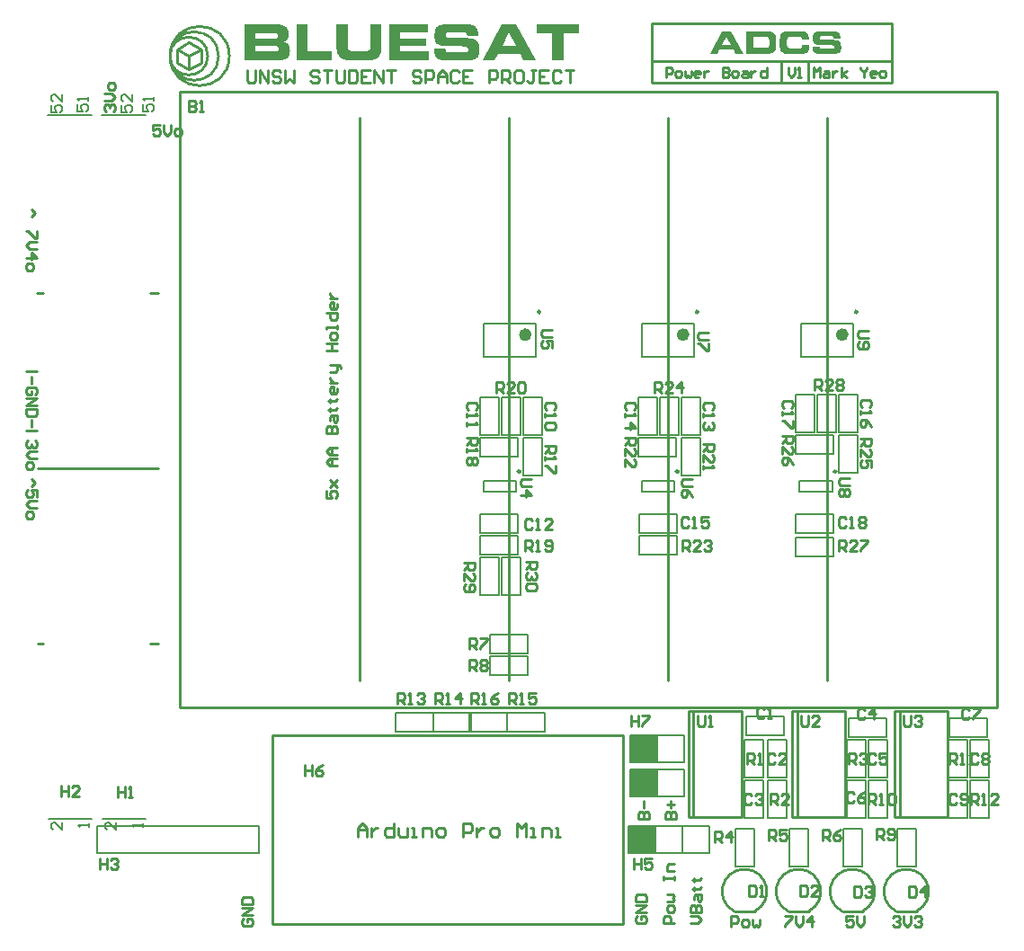
<source format=gto>
G04 Layer_Color=65535*
%FSLAX25Y25*%
%MOIN*%
G70*
G01*
G75*
%ADD14C,0.01000*%
%ADD35C,0.00984*%
%ADD36C,0.02362*%
%ADD37C,0.00800*%
%ADD38C,0.00787*%
%ADD39C,0.00500*%
%ADD40R,0.09962X0.10000*%
G36*
X-219881Y341653D02*
X-230284D01*
Y339529D01*
X-220428D01*
Y336795D01*
X-230284D01*
Y334671D01*
X-219647D01*
Y331500D01*
X-234345D01*
Y344714D01*
X-219881D01*
Y341653D01*
D02*
G37*
G36*
X-205808Y344855D02*
X-205526Y344840D01*
X-205261Y344824D01*
X-205011Y344808D01*
X-204792Y344777D01*
X-204574Y344746D01*
X-204386Y344730D01*
X-204230Y344699D01*
X-204074Y344668D01*
X-203949Y344636D01*
X-203855Y344621D01*
X-203777Y344605D01*
X-203714Y344590D01*
X-203683Y344574D01*
X-203668D01*
X-203308Y344465D01*
X-202996Y344324D01*
X-202730Y344199D01*
X-202527Y344074D01*
X-202356Y343949D01*
X-202231Y343855D01*
X-202168Y343793D01*
X-202137Y343777D01*
X-201949Y343574D01*
X-201809Y343371D01*
X-201684Y343168D01*
X-201606Y342965D01*
X-201543Y342793D01*
X-201496Y342668D01*
X-201465Y342575D01*
Y342559D01*
Y342543D01*
X-201418Y342278D01*
X-201372Y341997D01*
X-201340Y341731D01*
X-201325Y341497D01*
X-201309Y341278D01*
Y341106D01*
Y341044D01*
Y341013D01*
Y340981D01*
Y340966D01*
Y340544D01*
X-205370D01*
Y340794D01*
X-205386Y340888D01*
Y340981D01*
X-205401Y341059D01*
Y341106D01*
X-205417Y341138D01*
Y341153D01*
X-205480Y341325D01*
X-205558Y341466D01*
X-205636Y341544D01*
X-205651Y341575D01*
X-205667D01*
X-205745Y341637D01*
X-205839Y341684D01*
X-206026Y341762D01*
X-206120Y341794D01*
X-206198Y341809D01*
X-206245Y341825D01*
X-206260D01*
X-206417Y341856D01*
X-206589Y341887D01*
X-206776Y341903D01*
X-206948D01*
X-207104Y341918D01*
X-211837D01*
X-212087Y341903D01*
X-212305Y341887D01*
X-212509Y341840D01*
X-212665Y341794D01*
X-212790Y341747D01*
X-212883Y341716D01*
X-212946Y341684D01*
X-212962Y341669D01*
X-213102Y341559D01*
X-213196Y341434D01*
X-213274Y341309D01*
X-213321Y341184D01*
X-213352Y341075D01*
X-213368Y340981D01*
Y340919D01*
Y340888D01*
Y340731D01*
X-213352Y340591D01*
X-213321Y340481D01*
X-213289Y340388D01*
X-213274Y340310D01*
X-213243Y340247D01*
X-213227Y340216D01*
Y340200D01*
X-213165Y340122D01*
X-213071Y340044D01*
X-212852Y339935D01*
X-212758Y339904D01*
X-212665Y339872D01*
X-212602Y339857D01*
X-212587D01*
X-212368Y339826D01*
X-212134Y339794D01*
X-211899Y339763D01*
X-211665Y339747D01*
X-211446D01*
X-211275Y339732D01*
X-210728D01*
X-210306Y339716D01*
X-207698D01*
X-207307Y339701D01*
X-206948D01*
X-206604Y339685D01*
X-206276D01*
X-205979Y339669D01*
X-205714Y339654D01*
X-205480Y339638D01*
X-205276D01*
X-205089Y339622D01*
X-204933Y339607D01*
X-204823D01*
X-204730Y339591D01*
X-204667D01*
X-204386Y339560D01*
X-204136Y339544D01*
X-203886Y339497D01*
X-203652Y339466D01*
X-203449Y339419D01*
X-203246Y339372D01*
X-203074Y339326D01*
X-202918Y339279D01*
X-202762Y339232D01*
X-202637Y339185D01*
X-202543Y339154D01*
X-202449Y339123D01*
X-202387Y339091D01*
X-202340Y339060D01*
X-202309Y339044D01*
X-202293D01*
X-201996Y338857D01*
X-201746Y338654D01*
X-201543Y338451D01*
X-201372Y338248D01*
X-201262Y338060D01*
X-201168Y337904D01*
X-201137Y337842D01*
X-201122Y337795D01*
X-201106Y337779D01*
Y337764D01*
X-200997Y337436D01*
X-200903Y337061D01*
X-200840Y336686D01*
X-200809Y336327D01*
X-200794Y336155D01*
X-200778Y335999D01*
Y335858D01*
X-200762Y335733D01*
Y335639D01*
Y335561D01*
Y335514D01*
Y335499D01*
X-200778Y335015D01*
X-200809Y334593D01*
X-200856Y334233D01*
X-200872Y334062D01*
X-200903Y333921D01*
X-200934Y333781D01*
X-200950Y333671D01*
X-200981Y333577D01*
X-200997Y333499D01*
X-201012Y333421D01*
X-201028Y333374D01*
X-201044Y333359D01*
Y333343D01*
X-201168Y333062D01*
X-201325Y332797D01*
X-201481Y332593D01*
X-201653Y332406D01*
X-201809Y332265D01*
X-201934Y332156D01*
X-202028Y332094D01*
X-202043Y332078D01*
X-202059D01*
X-202356Y331922D01*
X-202668Y331797D01*
X-203012Y331703D01*
X-203324Y331625D01*
X-203621Y331562D01*
X-203746Y331547D01*
X-203839Y331531D01*
X-203933Y331516D01*
X-203996Y331500D01*
X-204058D01*
X-204308Y331469D01*
X-204574Y331453D01*
X-205120Y331422D01*
X-205667Y331391D01*
X-206198Y331375D01*
X-206667D01*
X-206854Y331359D01*
X-212774D01*
X-213227Y331375D01*
X-213633Y331406D01*
X-213821Y331422D01*
X-213977Y331437D01*
X-214133D01*
X-214258Y331453D01*
X-214383Y331469D01*
X-214477Y331484D01*
X-214555D01*
X-214602Y331500D01*
X-214649D01*
X-214992Y331562D01*
X-215320Y331656D01*
X-215586Y331750D01*
X-215820Y331828D01*
X-216007Y331922D01*
X-216148Y331984D01*
X-216226Y332031D01*
X-216257Y332047D01*
X-216476Y332219D01*
X-216648Y332390D01*
X-216804Y332578D01*
X-216945Y332750D01*
X-217038Y332906D01*
X-217101Y333031D01*
X-217148Y333109D01*
X-217163Y333140D01*
X-217257Y333421D01*
X-217319Y333702D01*
X-217382Y333999D01*
X-217413Y334280D01*
X-217429Y334530D01*
Y334640D01*
X-217444Y334733D01*
Y334796D01*
Y334858D01*
Y334890D01*
Y334905D01*
Y335827D01*
X-213383D01*
Y335639D01*
X-213368Y335468D01*
X-213352Y335327D01*
X-213321Y335202D01*
X-213305Y335108D01*
X-213289Y335046D01*
X-213274Y334999D01*
Y334983D01*
X-213180Y334780D01*
X-213071Y334640D01*
X-212977Y334561D01*
X-212962Y334530D01*
X-212946D01*
X-212774Y334437D01*
X-212587Y334374D01*
X-212509Y334359D01*
X-212446D01*
X-212415Y334343D01*
X-212399D01*
X-212134Y334327D01*
X-211899Y334312D01*
X-206432D01*
X-206229Y334327D01*
X-206042D01*
X-205823Y334359D01*
X-205636Y334405D01*
X-205573Y334437D01*
X-205526Y334452D01*
X-205495Y334468D01*
X-205480D01*
X-205308Y334577D01*
X-205183Y334686D01*
X-205120Y334780D01*
X-205089Y334796D01*
Y334811D01*
X-205042Y334905D01*
X-204995Y334999D01*
X-204948Y335202D01*
X-204933Y335280D01*
Y335358D01*
Y335405D01*
Y335421D01*
Y335577D01*
X-204964Y335717D01*
X-204980Y335827D01*
X-205011Y335921D01*
X-205042Y335999D01*
X-205058Y336045D01*
X-205089Y336077D01*
Y336092D01*
X-205167Y336186D01*
X-205276Y336264D01*
X-205386Y336327D01*
X-205511Y336373D01*
X-205636Y336420D01*
X-205730Y336452D01*
X-205792Y336467D01*
X-205823D01*
X-206058Y336514D01*
X-206339Y336545D01*
X-206620Y336577D01*
X-206901Y336592D01*
X-207151Y336608D01*
X-207260D01*
X-207354Y336623D01*
X-207760D01*
X-207994Y336639D01*
X-208510D01*
X-209025Y336655D01*
X-211446D01*
X-211821Y336670D01*
X-212180Y336686D01*
X-212493D01*
X-212805Y336701D01*
X-213071Y336717D01*
X-213321Y336733D01*
X-213540Y336748D01*
X-213742Y336764D01*
X-213899Y336780D01*
X-214039D01*
X-214149Y336795D01*
X-214227Y336811D01*
X-214289D01*
X-214758Y336889D01*
X-215180Y336983D01*
X-215523Y337076D01*
X-215679Y337123D01*
X-215820Y337186D01*
X-215929Y337232D01*
X-216039Y337279D01*
X-216132Y337311D01*
X-216211Y337342D01*
X-216257Y337373D01*
X-216304Y337404D01*
X-216320Y337420D01*
X-216335D01*
X-216570Y337592D01*
X-216773Y337795D01*
X-216929Y337998D01*
X-217054Y338185D01*
X-217132Y338357D01*
X-217195Y338498D01*
X-217226Y338592D01*
X-217241Y338607D01*
Y338623D01*
X-217304Y338935D01*
X-217351Y339263D01*
X-217382Y339607D01*
X-217398Y339919D01*
X-217413Y340200D01*
X-217429Y340310D01*
Y340419D01*
Y340513D01*
Y340575D01*
Y340606D01*
Y340622D01*
Y340950D01*
X-217413Y341263D01*
X-217398Y341544D01*
X-217366Y341794D01*
X-217351Y341997D01*
X-217335Y342153D01*
Y342215D01*
X-217319Y342262D01*
Y342278D01*
Y342293D01*
X-217257Y342575D01*
X-217179Y342840D01*
X-217070Y343059D01*
X-216960Y343262D01*
X-216866Y343418D01*
X-216773Y343543D01*
X-216710Y343605D01*
X-216695Y343637D01*
X-216476Y343840D01*
X-216226Y344012D01*
X-215961Y344168D01*
X-215711Y344293D01*
X-215476Y344387D01*
X-215367Y344433D01*
X-215273Y344465D01*
X-215211Y344496D01*
X-215148Y344512D01*
X-215117Y344527D01*
X-215102D01*
X-214883Y344590D01*
X-214664Y344636D01*
X-214180Y344730D01*
X-213680Y344793D01*
X-213196Y344824D01*
X-212977Y344840D01*
X-212774Y344855D01*
X-212587D01*
X-212415Y344871D01*
X-206120D01*
X-205808Y344855D01*
D02*
G37*
G36*
X-179863Y331500D02*
X-184377D01*
X-185642Y333843D01*
X-193858D01*
X-195045Y331500D01*
X-199575D01*
X-192421Y344714D01*
X-187142D01*
X-179863Y331500D01*
D02*
G37*
G36*
X-163962Y341434D02*
X-169647D01*
Y331500D01*
X-173708D01*
Y341434D01*
X-179410D01*
Y344714D01*
X-163962D01*
Y341434D01*
D02*
G37*
G36*
X-237063Y336202D02*
X-237079Y335749D01*
X-237126Y335327D01*
X-237188Y334936D01*
X-237266Y334577D01*
X-237360Y334249D01*
X-237485Y333952D01*
X-237594Y333671D01*
X-237719Y333437D01*
X-237844Y333218D01*
X-237953Y333031D01*
X-238063Y332890D01*
X-238172Y332750D01*
X-238250Y332656D01*
X-238313Y332593D01*
X-238360Y332546D01*
X-238375Y332531D01*
X-238641Y332328D01*
X-238922Y332140D01*
X-239250Y331984D01*
X-239578Y331859D01*
X-239906Y331734D01*
X-240250Y331641D01*
X-240593Y331562D01*
X-240921Y331500D01*
X-241249Y331453D01*
X-241546Y331422D01*
X-241812Y331391D01*
X-242046Y331375D01*
X-242233D01*
X-242374Y331359D01*
X-248310D01*
X-248825Y331375D01*
X-249294Y331406D01*
X-249731Y331469D01*
X-250137Y331547D01*
X-250512Y331625D01*
X-250856Y331734D01*
X-251152Y331844D01*
X-251418Y331953D01*
X-251668Y332062D01*
X-251871Y332156D01*
X-252043Y332265D01*
X-252183Y332344D01*
X-252293Y332422D01*
X-252371Y332484D01*
X-252418Y332515D01*
X-252433Y332531D01*
X-252668Y332765D01*
X-252855Y333031D01*
X-253027Y333312D01*
X-253183Y333609D01*
X-253308Y333906D01*
X-253417Y334218D01*
X-253495Y334515D01*
X-253573Y334811D01*
X-253620Y335093D01*
X-253667Y335358D01*
X-253683Y335592D01*
X-253714Y335795D01*
Y335967D01*
X-253730Y336092D01*
Y336170D01*
Y336202D01*
Y344714D01*
X-249669D01*
Y337076D01*
Y336842D01*
X-249653Y336639D01*
X-249622Y336436D01*
X-249590Y336264D01*
X-249559Y336092D01*
X-249512Y335952D01*
X-249419Y335702D01*
X-249325Y335514D01*
X-249247Y335389D01*
X-249184Y335311D01*
X-249169Y335280D01*
X-249059Y335186D01*
X-248950Y335108D01*
X-248685Y334968D01*
X-248388Y334874D01*
X-248107Y334811D01*
X-247841Y334780D01*
X-247716Y334765D01*
X-247622D01*
X-247529Y334749D01*
X-243171D01*
X-242952Y334765D01*
X-242764Y334796D01*
X-242593Y334827D01*
X-242437Y334874D01*
X-242296Y334921D01*
X-242046Y335015D01*
X-241874Y335108D01*
X-241734Y335202D01*
X-241671Y335264D01*
X-241640Y335280D01*
X-241546Y335389D01*
X-241468Y335514D01*
X-241343Y335780D01*
X-241249Y336077D01*
X-241187Y336373D01*
X-241156Y336655D01*
X-241140Y336764D01*
X-241124Y336873D01*
Y336951D01*
Y337014D01*
Y337061D01*
Y337076D01*
Y344714D01*
X-237063D01*
Y336202D01*
D02*
G37*
G36*
X-102921Y333833D02*
X-105765D01*
X-106562Y335309D01*
X-111738D01*
X-112486Y333833D01*
X-115339D01*
X-110833Y342157D01*
X-107507D01*
X-102921Y333833D01*
D02*
G37*
G36*
X-82257Y342246D02*
X-82041Y342236D01*
X-81834Y342226D01*
X-81637Y342216D01*
X-81460Y342207D01*
X-81303Y342187D01*
X-81155Y342177D01*
X-81017Y342157D01*
X-80899Y342138D01*
X-80801Y342128D01*
X-80722Y342118D01*
X-80663Y342108D01*
X-80614Y342098D01*
X-80584Y342089D01*
X-80575D01*
X-80289Y342020D01*
X-80033Y341941D01*
X-79827Y341852D01*
X-79650Y341764D01*
X-79512Y341685D01*
X-79413Y341616D01*
X-79354Y341577D01*
X-79335Y341557D01*
X-79187Y341410D01*
X-79059Y341252D01*
X-78971Y341095D01*
X-78892Y340937D01*
X-78833Y340799D01*
X-78803Y340691D01*
X-78784Y340652D01*
Y340622D01*
X-78774Y340603D01*
Y340593D01*
X-78734Y340357D01*
X-78705Y340111D01*
X-78675Y339865D01*
X-78666Y339638D01*
Y339530D01*
X-78656Y339432D01*
Y339343D01*
Y339264D01*
Y339205D01*
Y339156D01*
Y339127D01*
Y339117D01*
X-81214D01*
Y339343D01*
X-81224Y339501D01*
X-81263Y339629D01*
X-81313Y339737D01*
X-81372Y339815D01*
X-81431Y339884D01*
X-81480Y339924D01*
X-81519Y339943D01*
X-81529Y339953D01*
X-81657Y340012D01*
X-81805Y340052D01*
X-81952Y340081D01*
X-82090Y340101D01*
X-82218Y340111D01*
X-82316Y340121D01*
X-85376D01*
X-85534Y340101D01*
X-85672Y340081D01*
X-85790Y340061D01*
X-85888Y340042D01*
X-85957Y340022D01*
X-85996Y340012D01*
X-86016Y340002D01*
X-86124Y339953D01*
X-86223Y339904D01*
X-86301Y339845D01*
X-86370Y339796D01*
X-86429Y339747D01*
X-86469Y339707D01*
X-86488Y339678D01*
X-86498Y339668D01*
X-86557Y339579D01*
X-86606Y339491D01*
X-86646Y339412D01*
X-86675Y339323D01*
X-86695Y339255D01*
X-86715Y339196D01*
X-86725Y339156D01*
Y339146D01*
X-86754Y338910D01*
X-86774Y338792D01*
Y338684D01*
X-86784Y338585D01*
Y338517D01*
Y338467D01*
Y338448D01*
Y337542D01*
Y337385D01*
X-86774Y337237D01*
X-86764Y337109D01*
X-86754Y336991D01*
Y336903D01*
X-86744Y336834D01*
X-86734Y336795D01*
Y336775D01*
X-86705Y336657D01*
X-86675Y336558D01*
X-86636Y336470D01*
X-86606Y336391D01*
X-86567Y336332D01*
X-86547Y336293D01*
X-86528Y336263D01*
X-86518Y336253D01*
X-86449Y336185D01*
X-86380Y336125D01*
X-86233Y336037D01*
X-86164Y336007D01*
X-86114Y335988D01*
X-86075Y335968D01*
X-86065D01*
X-85947Y335939D01*
X-85829Y335919D01*
X-85701Y335899D01*
X-85593Y335889D01*
X-85485D01*
X-85406Y335879D01*
X-82454D01*
X-82316Y335889D01*
X-82188D01*
X-82090Y335899D01*
X-82001D01*
X-81942Y335909D01*
X-81893D01*
X-81795Y335929D01*
X-81706Y335948D01*
X-81627Y335978D01*
X-81559Y336007D01*
X-81509Y336027D01*
X-81470Y336047D01*
X-81450Y336066D01*
X-81440D01*
X-81381Y336116D01*
X-81322Y336175D01*
X-81244Y336283D01*
X-81214Y336332D01*
X-81194Y336371D01*
X-81185Y336401D01*
Y336411D01*
X-81155Y336499D01*
X-81135Y336598D01*
X-81126Y336706D01*
X-81116Y336804D01*
X-81106Y336883D01*
Y336962D01*
Y337001D01*
Y337021D01*
X-78548D01*
Y336244D01*
X-78557Y336047D01*
X-78567Y335870D01*
X-78587Y335702D01*
X-78606Y335555D01*
X-78636Y335427D01*
X-78656Y335338D01*
X-78666Y335279D01*
X-78675Y335269D01*
Y335260D01*
X-78725Y335092D01*
X-78794Y334945D01*
X-78872Y334807D01*
X-78941Y334689D01*
X-79020Y334600D01*
X-79069Y334522D01*
X-79108Y334482D01*
X-79128Y334462D01*
X-79266Y334344D01*
X-79413Y334236D01*
X-79571Y334148D01*
X-79718Y334069D01*
X-79856Y334010D01*
X-79964Y333970D01*
X-80004Y333951D01*
X-80033Y333941D01*
X-80053Y333931D01*
X-80063D01*
X-80299Y333872D01*
X-80565Y333823D01*
X-80821Y333793D01*
X-81067Y333764D01*
X-81185D01*
X-81293Y333754D01*
X-81381D01*
X-81470Y333744D01*
X-85741D01*
X-86055Y333754D01*
X-86351Y333764D01*
X-86606Y333784D01*
X-86725Y333793D01*
X-86833Y333803D01*
X-86941Y333813D01*
X-87020Y333823D01*
X-87098Y333833D01*
X-87167Y333843D01*
X-87217Y333852D01*
X-87256Y333862D01*
X-87285D01*
X-87531Y333921D01*
X-87758Y333990D01*
X-87954Y334069D01*
X-88122Y334138D01*
X-88260Y334216D01*
X-88358Y334276D01*
X-88397Y334295D01*
X-88427Y334315D01*
X-88437Y334325D01*
X-88446D01*
X-88614Y334462D01*
X-88761Y334610D01*
X-88880Y334768D01*
X-88978Y334915D01*
X-89066Y335053D01*
X-89116Y335151D01*
X-89135Y335191D01*
X-89155Y335220D01*
X-89165Y335240D01*
Y335250D01*
X-89244Y335486D01*
X-89303Y335732D01*
X-89352Y335978D01*
X-89381Y336224D01*
X-89391Y336332D01*
X-89401Y336431D01*
Y336519D01*
X-89411Y336598D01*
Y336667D01*
Y336716D01*
Y336745D01*
Y336755D01*
Y339235D01*
X-89401Y339560D01*
X-89372Y339855D01*
X-89352Y339983D01*
X-89332Y340111D01*
X-89312Y340219D01*
X-89283Y340327D01*
X-89263Y340416D01*
X-89244Y340494D01*
X-89224Y340573D01*
X-89204Y340622D01*
X-89184Y340672D01*
X-89175Y340701D01*
X-89165Y340721D01*
Y340731D01*
X-89066Y340937D01*
X-88948Y341124D01*
X-88830Y341282D01*
X-88712Y341419D01*
X-88604Y341518D01*
X-88525Y341597D01*
X-88466Y341636D01*
X-88456Y341656D01*
X-88446D01*
X-88260Y341774D01*
X-88063Y341872D01*
X-87866Y341961D01*
X-87689Y342020D01*
X-87522Y342069D01*
X-87453Y342089D01*
X-87404Y342098D01*
X-87354Y342118D01*
X-87315D01*
X-87295Y342128D01*
X-87285D01*
X-87020Y342167D01*
X-86754Y342207D01*
X-86498Y342226D01*
X-86262Y342236D01*
X-86154Y342246D01*
X-86055D01*
X-85967Y342256D01*
X-82493D01*
X-82257Y342246D01*
D02*
G37*
G36*
X-69839D02*
X-69662Y342236D01*
X-69495Y342226D01*
X-69337Y342216D01*
X-69200Y342197D01*
X-69062Y342177D01*
X-68944Y342167D01*
X-68845Y342148D01*
X-68747Y342128D01*
X-68668Y342108D01*
X-68609Y342098D01*
X-68560Y342089D01*
X-68520Y342079D01*
X-68501Y342069D01*
X-68491D01*
X-68265Y342000D01*
X-68068Y341911D01*
X-67901Y341833D01*
X-67773Y341754D01*
X-67664Y341675D01*
X-67586Y341616D01*
X-67546Y341577D01*
X-67527Y341567D01*
X-67409Y341439D01*
X-67320Y341311D01*
X-67241Y341183D01*
X-67192Y341055D01*
X-67153Y340947D01*
X-67123Y340868D01*
X-67104Y340809D01*
Y340799D01*
Y340790D01*
X-67074Y340622D01*
X-67045Y340445D01*
X-67025Y340278D01*
X-67015Y340130D01*
X-67005Y339993D01*
Y339884D01*
Y339845D01*
Y339825D01*
Y339806D01*
Y339796D01*
Y339530D01*
X-69564D01*
Y339688D01*
X-69573Y339747D01*
Y339806D01*
X-69583Y339855D01*
Y339884D01*
X-69593Y339904D01*
Y339914D01*
X-69632Y340022D01*
X-69682Y340111D01*
X-69731Y340160D01*
X-69741Y340180D01*
X-69750D01*
X-69800Y340219D01*
X-69859Y340248D01*
X-69977Y340298D01*
X-70036Y340317D01*
X-70085Y340327D01*
X-70115Y340337D01*
X-70124D01*
X-70223Y340357D01*
X-70331Y340376D01*
X-70449Y340386D01*
X-70557D01*
X-70656Y340396D01*
X-73637D01*
X-73795Y340386D01*
X-73932Y340376D01*
X-74060Y340347D01*
X-74159Y340317D01*
X-74238Y340288D01*
X-74297Y340268D01*
X-74336Y340248D01*
X-74346Y340239D01*
X-74434Y340170D01*
X-74493Y340091D01*
X-74543Y340012D01*
X-74572Y339934D01*
X-74592Y339865D01*
X-74602Y339806D01*
Y339766D01*
Y339747D01*
Y339648D01*
X-74592Y339560D01*
X-74572Y339491D01*
X-74552Y339432D01*
X-74543Y339383D01*
X-74523Y339343D01*
X-74513Y339323D01*
Y339314D01*
X-74474Y339264D01*
X-74415Y339215D01*
X-74277Y339146D01*
X-74218Y339127D01*
X-74159Y339107D01*
X-74120Y339097D01*
X-74110D01*
X-73972Y339077D01*
X-73824Y339058D01*
X-73677Y339038D01*
X-73529Y339028D01*
X-73391D01*
X-73283Y339018D01*
X-72939D01*
X-72673Y339009D01*
X-71030D01*
X-70784Y338999D01*
X-70557D01*
X-70341Y338989D01*
X-70134D01*
X-69947Y338979D01*
X-69780Y338969D01*
X-69632Y338959D01*
X-69504D01*
X-69386Y338950D01*
X-69288Y338940D01*
X-69219D01*
X-69160Y338930D01*
X-69121D01*
X-68944Y338910D01*
X-68786Y338900D01*
X-68629Y338871D01*
X-68481Y338851D01*
X-68353Y338822D01*
X-68225Y338792D01*
X-68117Y338763D01*
X-68019Y338733D01*
X-67920Y338704D01*
X-67842Y338674D01*
X-67782Y338654D01*
X-67724Y338635D01*
X-67684Y338615D01*
X-67655Y338595D01*
X-67635Y338585D01*
X-67625D01*
X-67438Y338467D01*
X-67281Y338339D01*
X-67153Y338212D01*
X-67045Y338084D01*
X-66976Y337966D01*
X-66917Y337867D01*
X-66897Y337828D01*
X-66887Y337798D01*
X-66877Y337788D01*
Y337779D01*
X-66808Y337572D01*
X-66749Y337336D01*
X-66710Y337100D01*
X-66690Y336873D01*
X-66680Y336765D01*
X-66671Y336667D01*
Y336578D01*
X-66661Y336499D01*
Y336440D01*
Y336391D01*
Y336362D01*
Y336352D01*
X-66671Y336047D01*
X-66690Y335781D01*
X-66720Y335555D01*
X-66730Y335447D01*
X-66749Y335358D01*
X-66769Y335269D01*
X-66779Y335201D01*
X-66799Y335141D01*
X-66808Y335092D01*
X-66818Y335043D01*
X-66828Y335014D01*
X-66838Y335004D01*
Y334994D01*
X-66917Y334817D01*
X-67015Y334649D01*
X-67113Y334522D01*
X-67222Y334403D01*
X-67320Y334315D01*
X-67399Y334246D01*
X-67458Y334207D01*
X-67468Y334197D01*
X-67478D01*
X-67664Y334098D01*
X-67861Y334020D01*
X-68078Y333961D01*
X-68274Y333911D01*
X-68462Y333872D01*
X-68540Y333862D01*
X-68599Y333852D01*
X-68658Y333843D01*
X-68698Y333833D01*
X-68737D01*
X-68894Y333813D01*
X-69062Y333803D01*
X-69406Y333784D01*
X-69750Y333764D01*
X-70085Y333754D01*
X-70380D01*
X-70498Y333744D01*
X-74228D01*
X-74513Y333754D01*
X-74769Y333774D01*
X-74887Y333784D01*
X-74985Y333793D01*
X-75084D01*
X-75163Y333803D01*
X-75241Y333813D01*
X-75300Y333823D01*
X-75349D01*
X-75379Y333833D01*
X-75409D01*
X-75625Y333872D01*
X-75832Y333931D01*
X-75999Y333990D01*
X-76147Y334039D01*
X-76265Y334098D01*
X-76353Y334138D01*
X-76402Y334167D01*
X-76422Y334177D01*
X-76560Y334285D01*
X-76668Y334394D01*
X-76766Y334512D01*
X-76855Y334620D01*
X-76914Y334718D01*
X-76953Y334797D01*
X-76983Y334846D01*
X-76993Y334866D01*
X-77052Y335043D01*
X-77091Y335220D01*
X-77131Y335407D01*
X-77150Y335584D01*
X-77160Y335742D01*
Y335811D01*
X-77170Y335870D01*
Y335909D01*
Y335948D01*
Y335968D01*
Y335978D01*
Y336558D01*
X-74612D01*
Y336440D01*
X-74602Y336332D01*
X-74592Y336244D01*
X-74572Y336165D01*
X-74562Y336106D01*
X-74552Y336066D01*
X-74543Y336037D01*
Y336027D01*
X-74484Y335899D01*
X-74415Y335811D01*
X-74356Y335761D01*
X-74346Y335742D01*
X-74336D01*
X-74228Y335683D01*
X-74110Y335643D01*
X-74060Y335633D01*
X-74021D01*
X-74001Y335624D01*
X-73992D01*
X-73824Y335614D01*
X-73677Y335604D01*
X-70233D01*
X-70105Y335614D01*
X-69987D01*
X-69849Y335633D01*
X-69731Y335663D01*
X-69691Y335683D01*
X-69662Y335693D01*
X-69642Y335702D01*
X-69632D01*
X-69524Y335771D01*
X-69446Y335840D01*
X-69406Y335899D01*
X-69386Y335909D01*
Y335919D01*
X-69357Y335978D01*
X-69327Y336037D01*
X-69298Y336165D01*
X-69288Y336214D01*
Y336263D01*
Y336293D01*
Y336303D01*
Y336401D01*
X-69308Y336490D01*
X-69318Y336558D01*
X-69337Y336617D01*
X-69357Y336667D01*
X-69367Y336696D01*
X-69386Y336716D01*
Y336726D01*
X-69436Y336785D01*
X-69504Y336834D01*
X-69573Y336873D01*
X-69652Y336903D01*
X-69731Y336932D01*
X-69790Y336952D01*
X-69829Y336962D01*
X-69849D01*
X-69997Y336991D01*
X-70174Y337011D01*
X-70351Y337031D01*
X-70528Y337041D01*
X-70685Y337050D01*
X-70754D01*
X-70813Y337060D01*
X-71069D01*
X-71217Y337070D01*
X-71541D01*
X-71866Y337080D01*
X-73391D01*
X-73628Y337090D01*
X-73854Y337100D01*
X-74051D01*
X-74247Y337109D01*
X-74415Y337119D01*
X-74572Y337129D01*
X-74710Y337139D01*
X-74838Y337149D01*
X-74936Y337159D01*
X-75025D01*
X-75094Y337169D01*
X-75143Y337178D01*
X-75182D01*
X-75477Y337228D01*
X-75743Y337287D01*
X-75960Y337346D01*
X-76058Y337375D01*
X-76147Y337415D01*
X-76215Y337444D01*
X-76284Y337474D01*
X-76343Y337493D01*
X-76393Y337513D01*
X-76422Y337533D01*
X-76452Y337552D01*
X-76461Y337562D01*
X-76471D01*
X-76619Y337670D01*
X-76747Y337798D01*
X-76845Y337926D01*
X-76924Y338044D01*
X-76973Y338153D01*
X-77012Y338241D01*
X-77032Y338300D01*
X-77042Y338310D01*
Y338320D01*
X-77081Y338517D01*
X-77111Y338723D01*
X-77131Y338940D01*
X-77140Y339137D01*
X-77150Y339314D01*
X-77160Y339383D01*
Y339451D01*
Y339510D01*
Y339550D01*
Y339569D01*
Y339579D01*
Y339786D01*
X-77150Y339983D01*
X-77140Y340160D01*
X-77121Y340317D01*
X-77111Y340445D01*
X-77101Y340544D01*
Y340583D01*
X-77091Y340613D01*
Y340622D01*
Y340632D01*
X-77052Y340809D01*
X-77003Y340977D01*
X-76934Y341114D01*
X-76865Y341242D01*
X-76806Y341341D01*
X-76747Y341419D01*
X-76707Y341459D01*
X-76698Y341478D01*
X-76560Y341606D01*
X-76402Y341715D01*
X-76235Y341813D01*
X-76078Y341892D01*
X-75930Y341951D01*
X-75861Y341980D01*
X-75802Y342000D01*
X-75763Y342020D01*
X-75723Y342030D01*
X-75704Y342039D01*
X-75694D01*
X-75556Y342079D01*
X-75418Y342108D01*
X-75113Y342167D01*
X-74798Y342207D01*
X-74493Y342226D01*
X-74356Y342236D01*
X-74228Y342246D01*
X-74110D01*
X-74001Y342256D01*
X-70036D01*
X-69839Y342246D01*
D02*
G37*
G36*
X-275473Y344683D02*
X-275114Y344652D01*
X-274817Y344621D01*
X-274676Y344605D01*
X-274551Y344590D01*
X-274458Y344574D01*
X-274364Y344558D01*
X-274301Y344543D01*
X-274254D01*
X-274223Y344527D01*
X-274207D01*
X-273880Y344449D01*
X-273583Y344371D01*
X-273333Y344262D01*
X-273114Y344168D01*
X-272942Y344090D01*
X-272817Y344012D01*
X-272739Y343965D01*
X-272708Y343949D01*
X-272489Y343793D01*
X-272302Y343605D01*
X-272146Y343434D01*
X-272021Y343262D01*
X-271927Y343106D01*
X-271865Y342981D01*
X-271818Y342903D01*
X-271802Y342887D01*
Y342871D01*
X-271708Y342621D01*
X-271630Y342340D01*
X-271583Y342075D01*
X-271536Y341809D01*
X-271521Y341590D01*
X-271505Y341403D01*
Y341341D01*
Y341294D01*
Y341263D01*
Y341247D01*
Y340934D01*
X-271536Y340669D01*
X-271552Y340435D01*
X-271583Y340232D01*
X-271615Y340075D01*
X-271630Y339950D01*
X-271661Y339888D01*
Y339857D01*
X-271724Y339669D01*
X-271786Y339497D01*
X-271849Y339357D01*
X-271911Y339232D01*
X-271974Y339123D01*
X-272021Y339060D01*
X-272052Y339013D01*
X-272068Y338998D01*
X-272271Y338779D01*
X-272474Y338623D01*
X-272567Y338576D01*
X-272630Y338529D01*
X-272677Y338513D01*
X-272692Y338498D01*
X-272958Y338388D01*
X-273098Y338342D01*
X-273223Y338295D01*
X-273317Y338264D01*
X-273395Y338232D01*
X-273458Y338217D01*
X-273473D01*
Y338154D01*
X-273239Y338123D01*
X-273005Y338076D01*
X-272802Y338014D01*
X-272614Y337951D01*
X-272443Y337873D01*
X-272302Y337795D01*
X-272161Y337717D01*
X-272036Y337639D01*
X-271849Y337498D01*
X-271708Y337373D01*
X-271630Y337279D01*
X-271599Y337264D01*
Y337248D01*
X-271505Y337108D01*
X-271412Y336936D01*
X-271271Y336577D01*
X-271177Y336202D01*
X-271099Y335842D01*
X-271068Y335514D01*
X-271052Y335374D01*
Y335249D01*
X-271037Y335139D01*
Y335061D01*
Y335015D01*
Y334999D01*
X-271052Y334608D01*
X-271083Y334265D01*
X-271130Y333952D01*
X-271193Y333702D01*
X-271255Y333499D01*
X-271302Y333343D01*
X-271334Y333249D01*
X-271349Y333234D01*
Y333218D01*
X-271474Y332968D01*
X-271599Y332765D01*
X-271740Y332578D01*
X-271880Y332422D01*
X-272005Y332297D01*
X-272099Y332219D01*
X-272161Y332156D01*
X-272193Y332140D01*
X-272396Y332015D01*
X-272614Y331906D01*
X-272833Y331812D01*
X-273036Y331750D01*
X-273208Y331687D01*
X-273348Y331656D01*
X-273442Y331625D01*
X-273473D01*
X-274036Y331547D01*
X-274301Y331531D01*
X-274551Y331516D01*
X-274770Y331500D01*
X-288000D01*
Y344714D01*
X-275879D01*
X-275473Y344683D01*
D02*
G37*
G36*
X-93878Y342148D02*
X-93563Y342128D01*
X-93426Y342118D01*
X-93288Y342108D01*
X-93170Y342089D01*
X-93062Y342079D01*
X-92953Y342059D01*
X-92865Y342039D01*
X-92786Y342030D01*
X-92727Y342020D01*
X-92678Y342010D01*
X-92638Y342000D01*
X-92619Y341990D01*
X-92609D01*
X-92373Y341921D01*
X-92166Y341843D01*
X-91979Y341764D01*
X-91831Y341675D01*
X-91704Y341597D01*
X-91615Y341537D01*
X-91566Y341498D01*
X-91546Y341478D01*
X-91399Y341341D01*
X-91280Y341193D01*
X-91182Y341045D01*
X-91093Y340898D01*
X-91034Y340770D01*
X-90985Y340662D01*
X-90975Y340632D01*
X-90966Y340603D01*
X-90956Y340583D01*
Y340573D01*
X-90897Y340357D01*
X-90847Y340130D01*
X-90818Y339914D01*
X-90788Y339707D01*
X-90779Y339530D01*
Y339451D01*
X-90769Y339383D01*
Y339333D01*
Y339284D01*
Y339264D01*
Y339255D01*
Y336726D01*
X-90779Y336450D01*
X-90798Y336194D01*
X-90828Y335968D01*
X-90857Y335781D01*
X-90877Y335693D01*
X-90897Y335624D01*
X-90916Y335555D01*
X-90926Y335506D01*
X-90936Y335466D01*
X-90946Y335437D01*
X-90956Y335417D01*
Y335407D01*
X-91034Y335210D01*
X-91123Y335033D01*
X-91221Y334876D01*
X-91320Y334748D01*
X-91408Y334640D01*
X-91477Y334571D01*
X-91526Y334522D01*
X-91546Y334502D01*
X-91704Y334374D01*
X-91881Y334276D01*
X-92058Y334187D01*
X-92225Y334118D01*
X-92383Y334059D01*
X-92442Y334039D01*
X-92501Y334020D01*
X-92550Y334010D01*
X-92579Y334000D01*
X-92599Y333990D01*
X-92609D01*
X-92865Y333941D01*
X-93140Y333902D01*
X-93406Y333872D01*
X-93662Y333852D01*
X-93780Y333843D01*
X-93977D01*
X-94065Y333833D01*
X-101927D01*
Y342157D01*
X-94223D01*
X-93878Y342148D01*
D02*
G37*
G36*
X-264554Y334890D02*
X-255448D01*
Y331500D01*
X-268616D01*
Y344714D01*
X-264554D01*
Y334890D01*
D02*
G37*
%LPC*%
G36*
X-189781Y341637D02*
X-192343Y336686D01*
X-187157D01*
X-189781Y341637D01*
D02*
G37*
G36*
X-109170Y340219D02*
X-110783Y337100D01*
X-107516D01*
X-109170Y340219D01*
D02*
G37*
G36*
X-276676Y341544D02*
X-283939D01*
Y339482D01*
X-276769D01*
X-276566Y339497D01*
X-276379Y339513D01*
X-276238Y339544D01*
X-276113Y339591D01*
X-276004Y339638D01*
X-275941Y339669D01*
X-275894Y339685D01*
X-275879Y339701D01*
X-275769Y339810D01*
X-275691Y339919D01*
X-275645Y340060D01*
X-275598Y340185D01*
X-275582Y340310D01*
X-275567Y340403D01*
Y340466D01*
Y340497D01*
X-275582Y340700D01*
X-275613Y340872D01*
X-275660Y341013D01*
X-275723Y341122D01*
X-275785Y341200D01*
X-275832Y341263D01*
X-275863Y341294D01*
X-275879Y341309D01*
X-276004Y341388D01*
X-276144Y341450D01*
X-276301Y341481D01*
X-276441Y341512D01*
X-276566Y341528D01*
X-276676Y341544D01*
D02*
G37*
G36*
X-276566Y336748D02*
X-283939D01*
Y334671D01*
X-276676D01*
X-276441Y334686D01*
X-276238Y334702D01*
X-276051Y334733D01*
X-275894Y334765D01*
X-275769Y334796D01*
X-275691Y334827D01*
X-275629Y334858D01*
X-275613D01*
X-275473Y334952D01*
X-275379Y335061D01*
X-275301Y335186D01*
X-275254Y335327D01*
X-275223Y335436D01*
X-275207Y335546D01*
Y335608D01*
Y335639D01*
X-275223Y335874D01*
X-275270Y336061D01*
X-275332Y336217D01*
X-275410Y336342D01*
X-275488Y336420D01*
X-275551Y336483D01*
X-275598Y336514D01*
X-275613Y336530D01*
X-275769Y336608D01*
X-275957Y336655D01*
X-276129Y336701D01*
X-276301Y336717D01*
X-276441Y336733D01*
X-276566Y336748D01*
D02*
G37*
G36*
X-94705Y340091D02*
X-99369D01*
Y335968D01*
X-94705D01*
X-94567Y335978D01*
X-94449Y335988D01*
X-94350Y336007D01*
X-94262Y336017D01*
X-94203Y336027D01*
X-94164Y336037D01*
X-94154D01*
X-94046Y336066D01*
X-93957Y336106D01*
X-93878Y336135D01*
X-93809Y336175D01*
X-93750Y336214D01*
X-93711Y336234D01*
X-93691Y336253D01*
X-93681Y336263D01*
X-93622Y336332D01*
X-93563Y336401D01*
X-93485Y336549D01*
X-93455Y336617D01*
X-93435Y336667D01*
X-93416Y336706D01*
Y336716D01*
X-93386Y336834D01*
X-93366Y336962D01*
X-93347Y337080D01*
X-93337Y337198D01*
X-93327Y337306D01*
Y337385D01*
Y337444D01*
Y337464D01*
Y338585D01*
Y338743D01*
X-93337Y338891D01*
X-93357Y339018D01*
X-93366Y339127D01*
X-93386Y339205D01*
X-93406Y339274D01*
X-93416Y339314D01*
Y339323D01*
X-93455Y339432D01*
X-93494Y339520D01*
X-93534Y339599D01*
X-93583Y339658D01*
X-93622Y339707D01*
X-93652Y339747D01*
X-93672Y339766D01*
X-93681Y339776D01*
X-93750Y339835D01*
X-93829Y339884D01*
X-93986Y339953D01*
X-94055Y339983D01*
X-94104Y340002D01*
X-94144Y340012D01*
X-94154D01*
X-94262Y340042D01*
X-94380Y340061D01*
X-94498Y340071D01*
X-94606Y340081D01*
X-94705Y340091D01*
D02*
G37*
%LPD*%
D14*
X-293500Y333000D02*
G03*
X-293500Y333000I-11000J0D01*
G01*
X-297500D02*
G03*
X-297500Y333000I-9000J0D01*
G01*
X-301500D02*
G03*
X-301500Y333000I-7000J0D01*
G01*
X-98676Y15839D02*
G03*
X-106351Y15853I-3824J7330D01*
G01*
X-78676Y15839D02*
G03*
X-86351Y15853I-3824J7330D01*
G01*
X-58676Y15839D02*
G03*
X-66351Y15853I-3824J7330D01*
G01*
X-38676Y15839D02*
G03*
X-46351Y15853I-3824J7330D01*
G01*
X-313000Y335500D02*
X-308500Y338000D01*
X-304000Y335500D01*
X-308500Y333000D02*
X-304000Y335500D01*
Y330500D02*
Y335500D01*
X-313000Y330500D02*
Y335500D01*
X-308500Y333000D01*
Y328000D02*
X-304000Y330500D01*
X-313000D02*
X-308500Y328000D01*
Y333000D01*
X-137000Y345000D02*
X-48000D01*
Y323000D02*
Y345000D01*
X-79000Y323000D02*
Y331000D01*
X-137000Y323000D02*
X-48000D01*
X-137000D02*
Y345000D01*
Y331000D02*
X-48000D01*
X-364500Y180000D02*
X-320000D01*
X-365000Y245000D02*
X-362500D01*
X-323000D02*
X-320000D01*
X-364500Y115000D02*
X-362500D01*
X-323000D02*
X-320000D01*
X-89000Y323000D02*
Y331000D01*
X-71842Y101342D02*
Y310004D01*
X-130898Y101342D02*
Y310004D01*
X-189953Y101342D02*
Y310004D01*
X-245071Y101342D02*
Y310004D01*
X-312000Y91500D02*
Y319847D01*
X-8850D01*
Y91500D02*
Y319847D01*
X-312000Y91500D02*
X-8850D01*
X-106351Y15853D02*
X-98676Y15839D01*
X-86351Y15853D02*
X-78676Y15839D01*
X-66351Y15853D02*
X-58676Y15839D01*
X-46351Y15853D02*
X-38676Y15839D01*
X-103657Y50657D02*
Y90028D01*
X-123343D02*
X-103657D01*
X-123343Y50657D02*
Y90028D01*
Y50657D02*
X-103657D01*
X-121374D02*
Y90028D01*
X-65158Y50657D02*
Y90028D01*
X-84842D02*
X-65158D01*
X-84842Y50657D02*
Y90028D01*
Y50657D02*
X-65158D01*
X-82874D02*
Y90028D01*
X-27158Y50657D02*
Y90028D01*
X-46843D02*
X-27158D01*
X-46843Y50657D02*
Y90028D01*
Y50657D02*
X-27158D01*
X-44874D02*
Y90028D01*
X-277500Y11000D02*
X-147500D01*
Y81000D01*
X-277500D02*
X-147500D01*
X-277500Y11000D02*
Y81000D01*
X-76912Y325251D02*
Y328749D01*
X-75746Y327583D01*
X-74580Y328749D01*
Y325251D01*
X-72830Y327583D02*
X-71664D01*
X-71081Y327000D01*
Y325251D01*
X-72830D01*
X-73413Y325834D01*
X-72830Y326417D01*
X-71081D01*
X-69915Y327583D02*
Y325251D01*
Y326417D01*
X-69331Y327000D01*
X-68748Y327583D01*
X-68165D01*
X-66416Y325251D02*
Y328749D01*
Y326417D02*
X-64666Y327583D01*
X-66416Y326417D02*
X-64666Y325251D01*
X-59418Y328749D02*
Y328166D01*
X-58252Y327000D01*
X-57085Y328166D01*
Y328749D01*
X-58252Y327000D02*
Y325251D01*
X-54170D02*
X-55336D01*
X-55919Y325834D01*
Y327000D01*
X-55336Y327583D01*
X-54170D01*
X-53587Y327000D01*
Y326417D01*
X-55919D01*
X-51837Y325251D02*
X-50671D01*
X-50088Y325834D01*
Y327000D01*
X-50671Y327583D01*
X-51837D01*
X-52420Y327000D01*
Y325834D01*
X-51837Y325251D01*
X-131661D02*
Y328749D01*
X-129911D01*
X-129328Y328166D01*
Y327000D01*
X-129911Y326417D01*
X-131661D01*
X-127579Y325251D02*
X-126412D01*
X-125829Y325834D01*
Y327000D01*
X-126412Y327583D01*
X-127579D01*
X-128162Y327000D01*
Y325834D01*
X-127579Y325251D01*
X-124663Y327583D02*
Y325834D01*
X-124080Y325251D01*
X-123497Y325834D01*
X-122914Y325251D01*
X-122330Y325834D01*
Y327583D01*
X-119415Y325251D02*
X-120581D01*
X-121164Y325834D01*
Y327000D01*
X-120581Y327583D01*
X-119415D01*
X-118831Y327000D01*
Y326417D01*
X-121164D01*
X-117665Y327583D02*
Y325251D01*
Y326417D01*
X-117082Y327000D01*
X-116499Y327583D01*
X-115916D01*
X-110667Y328749D02*
Y325251D01*
X-108918D01*
X-108335Y325834D01*
Y326417D01*
X-108918Y327000D01*
X-110667D01*
X-108918D01*
X-108335Y327583D01*
Y328166D01*
X-108918Y328749D01*
X-110667D01*
X-106585Y325251D02*
X-105419D01*
X-104836Y325834D01*
Y327000D01*
X-105419Y327583D01*
X-106585D01*
X-107169Y327000D01*
Y325834D01*
X-106585Y325251D01*
X-103086Y327583D02*
X-101920D01*
X-101337Y327000D01*
Y325251D01*
X-103086D01*
X-103670Y325834D01*
X-103086Y326417D01*
X-101337D01*
X-100171Y327583D02*
Y325251D01*
Y326417D01*
X-99588Y327000D01*
X-99005Y327583D01*
X-98421D01*
X-94339Y328749D02*
Y325251D01*
X-96089D01*
X-96672Y325834D01*
Y327000D01*
X-96089Y327583D01*
X-94339D01*
X-86333Y328749D02*
Y326417D01*
X-85166Y325251D01*
X-84000Y326417D01*
Y328749D01*
X-82834Y325251D02*
X-81667D01*
X-82251D01*
Y328749D01*
X-82834Y328166D01*
X-144400Y88399D02*
Y84400D01*
Y86399D01*
X-141734D01*
Y88399D01*
Y84400D01*
X-140401Y88399D02*
X-137735D01*
Y87732D01*
X-140401Y85066D01*
Y84400D01*
X-183500Y145500D02*
X-179501D01*
Y143501D01*
X-180168Y142834D01*
X-181501D01*
X-182167Y143501D01*
Y145500D01*
Y144167D02*
X-183500Y142834D01*
X-180168Y141501D02*
X-179501Y140835D01*
Y139502D01*
X-180168Y138836D01*
X-180834D01*
X-181501Y139502D01*
Y140168D01*
Y139502D01*
X-182167Y138836D01*
X-182834D01*
X-183500Y139502D01*
Y140835D01*
X-182834Y141501D01*
X-180168Y137503D02*
X-179501Y136836D01*
Y135503D01*
X-180168Y134837D01*
X-182834D01*
X-183500Y135503D01*
Y136836D01*
X-182834Y137503D01*
X-180168D01*
X-206500Y145000D02*
X-202501D01*
Y143001D01*
X-203168Y142334D01*
X-204501D01*
X-205167Y143001D01*
Y145000D01*
Y143667D02*
X-206500Y142334D01*
Y138336D02*
Y141001D01*
X-203834Y138336D01*
X-203168D01*
X-202501Y139002D01*
Y140335D01*
X-203168Y141001D01*
X-205834Y137003D02*
X-206500Y136336D01*
Y135003D01*
X-205834Y134337D01*
X-203168D01*
X-202501Y135003D01*
Y136336D01*
X-203168Y137003D01*
X-203834D01*
X-204501Y136336D01*
Y134337D01*
X-335000Y61999D02*
Y58000D01*
Y59999D01*
X-332334D01*
Y61999D01*
Y58000D01*
X-331001D02*
X-329668D01*
X-330335D01*
Y61999D01*
X-331001Y61332D01*
X-356000Y62499D02*
Y58500D01*
Y60499D01*
X-353334D01*
Y62499D01*
Y58500D01*
X-349336D02*
X-352001D01*
X-349336Y61166D01*
Y61832D01*
X-350002Y62499D01*
X-351335D01*
X-352001Y61832D01*
X-101000Y25499D02*
Y21500D01*
X-99001D01*
X-98334Y22166D01*
Y24832D01*
X-99001Y25499D01*
X-101000D01*
X-97001Y21500D02*
X-95668D01*
X-96335D01*
Y25499D01*
X-97001Y24832D01*
X-82000Y25499D02*
Y21500D01*
X-80001D01*
X-79334Y22166D01*
Y24832D01*
X-80001Y25499D01*
X-82000D01*
X-75336Y21500D02*
X-78001D01*
X-75336Y24166D01*
Y24832D01*
X-76002Y25499D01*
X-77335D01*
X-78001Y24832D01*
X-62000Y24999D02*
Y21000D01*
X-60001D01*
X-59334Y21666D01*
Y24332D01*
X-60001Y24999D01*
X-62000D01*
X-58001Y24332D02*
X-57335Y24999D01*
X-56002D01*
X-55335Y24332D01*
Y23666D01*
X-56002Y22999D01*
X-56668D01*
X-56002D01*
X-55335Y22333D01*
Y21666D01*
X-56002Y21000D01*
X-57335D01*
X-58001Y21666D01*
X-341500Y35499D02*
Y31500D01*
Y33499D01*
X-338834D01*
Y35499D01*
Y31500D01*
X-337501Y34832D02*
X-336835Y35499D01*
X-335502D01*
X-334836Y34832D01*
Y34166D01*
X-335502Y33499D01*
X-336168D01*
X-335502D01*
X-334836Y32833D01*
Y32166D01*
X-335502Y31500D01*
X-336835D01*
X-337501Y32166D01*
X-41500Y24999D02*
Y21000D01*
X-39501D01*
X-38834Y21666D01*
Y24332D01*
X-39501Y24999D01*
X-41500D01*
X-35502Y21000D02*
Y24999D01*
X-37501Y22999D01*
X-34835D01*
X-144400Y75899D02*
Y71900D01*
Y73899D01*
X-141734D01*
Y75899D01*
Y71900D01*
X-138402D02*
Y75899D01*
X-140401Y73899D01*
X-137735D01*
X-308500Y316499D02*
Y312500D01*
X-306501D01*
X-305834Y313166D01*
Y313833D01*
X-306501Y314499D01*
X-308500D01*
X-306501D01*
X-305834Y315166D01*
Y315832D01*
X-306501Y316499D01*
X-308500D01*
X-304501Y312500D02*
X-303168D01*
X-303835D01*
Y316499D01*
X-304501Y315832D01*
X-265500Y69999D02*
Y66000D01*
Y67999D01*
X-262834D01*
Y69999D01*
Y66000D01*
X-258836Y69999D02*
X-260168Y69332D01*
X-261501Y67999D01*
Y66666D01*
X-260835Y66000D01*
X-259502D01*
X-258836Y66666D01*
Y67333D01*
X-259502Y67999D01*
X-261501D01*
X-113500Y41500D02*
Y45499D01*
X-111501D01*
X-110834Y44832D01*
Y43499D01*
X-111501Y42833D01*
X-113500D01*
X-112167D02*
X-110834Y41500D01*
X-107502D02*
Y45499D01*
X-109501Y43499D01*
X-106835D01*
X-93500Y42000D02*
Y45999D01*
X-91501D01*
X-90834Y45332D01*
Y43999D01*
X-91501Y43333D01*
X-93500D01*
X-92167D02*
X-90834Y42000D01*
X-86835Y45999D02*
X-89501D01*
Y43999D01*
X-88168Y44666D01*
X-87502D01*
X-86835Y43999D01*
Y42666D01*
X-87502Y42000D01*
X-88835D01*
X-89501Y42666D01*
X-73500Y42000D02*
Y45999D01*
X-71501D01*
X-70834Y45332D01*
Y43999D01*
X-71501Y43333D01*
X-73500D01*
X-72167D02*
X-70834Y42000D01*
X-66835Y45999D02*
X-68168Y45332D01*
X-69501Y43999D01*
Y42666D01*
X-68835Y42000D01*
X-67502D01*
X-66835Y42666D01*
Y43333D01*
X-67502Y43999D01*
X-69501D01*
X-204500Y113000D02*
Y116999D01*
X-202501D01*
X-201834Y116332D01*
Y114999D01*
X-202501Y114333D01*
X-204500D01*
X-203167D02*
X-201834Y113000D01*
X-200501Y116999D02*
X-197836D01*
Y116332D01*
X-200501Y113666D01*
Y113000D01*
X-204500Y105000D02*
Y108999D01*
X-202501D01*
X-201834Y108332D01*
Y106999D01*
X-202501Y106333D01*
X-204500D01*
X-203167D02*
X-201834Y105000D01*
X-200501Y108332D02*
X-199835Y108999D01*
X-198502D01*
X-197836Y108332D01*
Y107666D01*
X-198502Y106999D01*
X-197836Y106333D01*
Y105666D01*
X-198502Y105000D01*
X-199835D01*
X-200501Y105666D01*
Y106333D01*
X-199835Y106999D01*
X-200501Y107666D01*
Y108332D01*
X-199835Y106999D02*
X-198502D01*
X-53500Y42500D02*
Y46499D01*
X-51501D01*
X-50834Y45832D01*
Y44499D01*
X-51501Y43833D01*
X-53500D01*
X-52167D02*
X-50834Y42500D01*
X-49501Y43166D02*
X-48835Y42500D01*
X-47502D01*
X-46836Y43166D01*
Y45832D01*
X-47502Y46499D01*
X-48835D01*
X-49501Y45832D01*
Y45166D01*
X-48835Y44499D01*
X-46836D01*
X-143500Y35499D02*
Y31500D01*
Y33499D01*
X-140834D01*
Y35499D01*
Y31500D01*
X-136836Y35499D02*
X-139501D01*
Y33499D01*
X-138168Y34166D01*
X-137502D01*
X-136836Y33499D01*
Y32166D01*
X-137502Y31500D01*
X-138835D01*
X-139501Y32166D01*
X-95334Y90832D02*
X-96001Y91499D01*
X-97334D01*
X-98000Y90832D01*
Y88166D01*
X-97334Y87500D01*
X-96001D01*
X-95334Y88166D01*
X-94001Y87500D02*
X-92668D01*
X-93335D01*
Y91499D01*
X-94001Y90832D01*
X-91334Y73832D02*
X-92001Y74499D01*
X-93334D01*
X-94000Y73832D01*
Y71166D01*
X-93334Y70500D01*
X-92001D01*
X-91334Y71166D01*
X-87335Y70500D02*
X-90001D01*
X-87335Y73166D01*
Y73832D01*
X-88002Y74499D01*
X-89335D01*
X-90001Y73832D01*
X-99834Y58832D02*
X-100501Y59499D01*
X-101834D01*
X-102500Y58832D01*
Y56166D01*
X-101834Y55500D01*
X-100501D01*
X-99834Y56166D01*
X-98501Y58832D02*
X-97835Y59499D01*
X-96502D01*
X-95836Y58832D01*
Y58166D01*
X-96502Y57499D01*
X-97168D01*
X-96502D01*
X-95836Y56833D01*
Y56166D01*
X-96502Y55500D01*
X-97835D01*
X-98501Y56166D01*
X-57834Y90332D02*
X-58501Y90999D01*
X-59834D01*
X-60500Y90332D01*
Y87666D01*
X-59834Y87000D01*
X-58501D01*
X-57834Y87666D01*
X-54502Y87000D02*
Y90999D01*
X-56501Y88999D01*
X-53835D01*
X-53834Y73832D02*
X-54501Y74499D01*
X-55834D01*
X-56500Y73832D01*
Y71166D01*
X-55834Y70500D01*
X-54501D01*
X-53834Y71166D01*
X-49836Y74499D02*
X-52501D01*
Y72499D01*
X-51168Y73166D01*
X-50502D01*
X-49836Y72499D01*
Y71166D01*
X-50502Y70500D01*
X-51835D01*
X-52501Y71166D01*
X-61834Y59332D02*
X-62501Y59999D01*
X-63834D01*
X-64500Y59332D01*
Y56666D01*
X-63834Y56000D01*
X-62501D01*
X-61834Y56666D01*
X-57836Y59999D02*
X-59168Y59332D01*
X-60501Y57999D01*
Y56666D01*
X-59835Y56000D01*
X-58502D01*
X-57836Y56666D01*
Y57333D01*
X-58502Y57999D01*
X-60501D01*
X-19334Y90332D02*
X-20001Y90999D01*
X-21334D01*
X-22000Y90332D01*
Y87666D01*
X-21334Y87000D01*
X-20001D01*
X-19334Y87666D01*
X-18001Y90999D02*
X-15336D01*
Y90332D01*
X-18001Y87666D01*
Y87000D01*
X-15834Y73832D02*
X-16501Y74499D01*
X-17833D01*
X-18500Y73832D01*
Y71166D01*
X-17833Y70500D01*
X-16501D01*
X-15834Y71166D01*
X-14501Y73832D02*
X-13835Y74499D01*
X-12502D01*
X-11835Y73832D01*
Y73166D01*
X-12502Y72499D01*
X-11835Y71833D01*
Y71166D01*
X-12502Y70500D01*
X-13835D01*
X-14501Y71166D01*
Y71833D01*
X-13835Y72499D01*
X-14501Y73166D01*
Y73832D01*
X-13835Y72499D02*
X-12502D01*
X-23834Y58832D02*
X-24501Y59499D01*
X-25834D01*
X-26500Y58832D01*
Y56166D01*
X-25834Y55500D01*
X-24501D01*
X-23834Y56166D01*
X-22501D02*
X-21835Y55500D01*
X-20502D01*
X-19836Y56166D01*
Y58832D01*
X-20502Y59499D01*
X-21835D01*
X-22501Y58832D01*
Y58166D01*
X-21835Y57499D01*
X-19836D01*
X-101500Y70500D02*
Y74499D01*
X-99501D01*
X-98834Y73832D01*
Y72499D01*
X-99501Y71833D01*
X-101500D01*
X-100167D02*
X-98834Y70500D01*
X-97501D02*
X-96168D01*
X-96835D01*
Y74499D01*
X-97501Y73832D01*
X-93000Y55500D02*
Y59499D01*
X-91001D01*
X-90334Y58832D01*
Y57499D01*
X-91001Y56833D01*
X-93000D01*
X-91667D02*
X-90334Y55500D01*
X-86335D02*
X-89001D01*
X-86335Y58166D01*
Y58832D01*
X-87002Y59499D01*
X-88335D01*
X-89001Y58832D01*
X-64000Y70500D02*
Y74499D01*
X-62001D01*
X-61334Y73832D01*
Y72499D01*
X-62001Y71833D01*
X-64000D01*
X-62667D02*
X-61334Y70500D01*
X-60001Y73832D02*
X-59335Y74499D01*
X-58002D01*
X-57336Y73832D01*
Y73166D01*
X-58002Y72499D01*
X-58668D01*
X-58002D01*
X-57336Y71833D01*
Y71166D01*
X-58002Y70500D01*
X-59335D01*
X-60001Y71166D01*
X-56500Y55500D02*
Y59499D01*
X-54501D01*
X-53834Y58832D01*
Y57499D01*
X-54501Y56833D01*
X-56500D01*
X-55167D02*
X-53834Y55500D01*
X-52501D02*
X-51168D01*
X-51835D01*
Y59499D01*
X-52501Y58832D01*
X-49169D02*
X-48503Y59499D01*
X-47170D01*
X-46503Y58832D01*
Y56166D01*
X-47170Y55500D01*
X-48503D01*
X-49169Y56166D01*
Y58832D01*
X-26500Y70500D02*
Y74499D01*
X-24501D01*
X-23834Y73832D01*
Y72499D01*
X-24501Y71833D01*
X-26500D01*
X-25167D02*
X-23834Y70500D01*
X-22501D02*
X-21168D01*
X-21835D01*
Y74499D01*
X-22501Y73832D01*
X-19169Y70500D02*
X-17836D01*
X-18503D01*
Y74499D01*
X-19169Y73832D01*
X-18500Y55500D02*
Y59499D01*
X-16501D01*
X-15834Y58832D01*
Y57499D01*
X-16501Y56833D01*
X-18500D01*
X-17167D02*
X-15834Y55500D01*
X-14501D02*
X-13168D01*
X-13835D01*
Y59499D01*
X-14501Y58832D01*
X-8503Y55500D02*
X-11169D01*
X-8503Y58166D01*
Y58832D01*
X-9170Y59499D01*
X-10503D01*
X-11169Y58832D01*
X-231250Y92750D02*
Y96749D01*
X-229251D01*
X-228584Y96082D01*
Y94749D01*
X-229251Y94083D01*
X-231250D01*
X-229917D02*
X-228584Y92750D01*
X-227251D02*
X-225918D01*
X-226585D01*
Y96749D01*
X-227251Y96082D01*
X-223919D02*
X-223253Y96749D01*
X-221920D01*
X-221253Y96082D01*
Y95416D01*
X-221920Y94749D01*
X-222586D01*
X-221920D01*
X-221253Y94083D01*
Y93416D01*
X-221920Y92750D01*
X-223253D01*
X-223919Y93416D01*
X-217250Y92750D02*
Y96749D01*
X-215251D01*
X-214584Y96082D01*
Y94749D01*
X-215251Y94083D01*
X-217250D01*
X-215917D02*
X-214584Y92750D01*
X-213251D02*
X-211918D01*
X-212585D01*
Y96749D01*
X-213251Y96082D01*
X-207920Y92750D02*
Y96749D01*
X-209919Y94749D01*
X-207253D01*
X-189800Y92800D02*
Y96799D01*
X-187801D01*
X-187134Y96132D01*
Y94799D01*
X-187801Y94133D01*
X-189800D01*
X-188467D02*
X-187134Y92800D01*
X-185801D02*
X-184468D01*
X-185135D01*
Y96799D01*
X-185801Y96132D01*
X-179803Y96799D02*
X-182469D01*
Y94799D01*
X-181136Y95466D01*
X-180470D01*
X-179803Y94799D01*
Y93466D01*
X-180470Y92800D01*
X-181803D01*
X-182469Y93466D01*
X-203800Y92700D02*
Y96699D01*
X-201801D01*
X-201134Y96032D01*
Y94699D01*
X-201801Y94033D01*
X-203800D01*
X-202467D02*
X-201134Y92700D01*
X-199801D02*
X-198468D01*
X-199135D01*
Y96699D01*
X-199801Y96032D01*
X-193803Y96699D02*
X-195136Y96032D01*
X-196469Y94699D01*
Y93366D01*
X-195803Y92700D01*
X-194470D01*
X-193803Y93366D01*
Y94033D01*
X-194470Y94699D01*
X-196469D01*
X-120000Y88499D02*
Y85166D01*
X-119334Y84500D01*
X-118001D01*
X-117334Y85166D01*
Y88499D01*
X-116001Y84500D02*
X-114668D01*
X-115335D01*
Y88499D01*
X-116001Y87832D01*
X-174001Y231500D02*
X-177333D01*
X-178000Y230834D01*
Y229501D01*
X-177333Y228834D01*
X-174001D01*
Y224835D02*
Y227501D01*
X-176001D01*
X-175334Y226168D01*
Y225502D01*
X-176001Y224835D01*
X-177333D01*
X-178000Y225502D01*
Y226835D01*
X-177333Y227501D01*
X-81500Y88499D02*
Y85166D01*
X-80834Y84500D01*
X-79501D01*
X-78834Y85166D01*
Y88499D01*
X-74835Y84500D02*
X-77501D01*
X-74835Y87166D01*
Y87832D01*
X-75502Y88499D01*
X-76835D01*
X-77501Y87832D01*
X-43500Y88499D02*
Y85166D01*
X-42834Y84500D01*
X-41501D01*
X-40834Y85166D01*
Y88499D01*
X-39501Y87832D02*
X-38835Y88499D01*
X-37502D01*
X-36836Y87832D01*
Y87166D01*
X-37502Y86499D01*
X-38168D01*
X-37502D01*
X-36836Y85833D01*
Y85166D01*
X-37502Y84500D01*
X-38835D01*
X-39501Y85166D01*
X-173325Y201834D02*
X-172659Y202501D01*
Y203834D01*
X-173325Y204500D01*
X-175991D01*
X-176657Y203834D01*
Y202501D01*
X-175991Y201834D01*
X-176657Y200501D02*
Y199168D01*
Y199835D01*
X-172659D01*
X-173325Y200501D01*
Y197169D02*
X-172659Y196503D01*
Y195170D01*
X-173325Y194503D01*
X-175991D01*
X-176657Y195170D01*
Y196503D01*
X-175991Y197169D01*
X-173325D01*
X-202325Y201834D02*
X-201659Y202501D01*
Y203834D01*
X-202325Y204500D01*
X-204991D01*
X-205658Y203834D01*
Y202501D01*
X-204991Y201834D01*
X-205658Y200501D02*
Y199168D01*
Y199835D01*
X-201659D01*
X-202325Y200501D01*
X-205658Y197169D02*
Y195836D01*
Y196503D01*
X-201659D01*
X-202325Y197169D01*
X-181334Y160832D02*
X-182001Y161499D01*
X-183334D01*
X-184000Y160832D01*
Y158167D01*
X-183334Y157500D01*
X-182001D01*
X-181334Y158167D01*
X-180001Y157500D02*
X-178668D01*
X-179335D01*
Y161499D01*
X-180001Y160832D01*
X-174003Y157500D02*
X-176669D01*
X-174003Y160166D01*
Y160832D01*
X-174670Y161499D01*
X-176003D01*
X-176669Y160832D01*
X-114668Y201834D02*
X-114001Y202501D01*
Y203834D01*
X-114668Y204500D01*
X-117333D01*
X-118000Y203834D01*
Y202501D01*
X-117333Y201834D01*
X-118000Y200501D02*
Y199168D01*
Y199835D01*
X-114001D01*
X-114668Y200501D01*
Y197169D02*
X-114001Y196503D01*
Y195170D01*
X-114668Y194503D01*
X-115334D01*
X-116001Y195170D01*
Y195836D01*
Y195170D01*
X-116667Y194503D01*
X-117333D01*
X-118000Y195170D01*
Y196503D01*
X-117333Y197169D01*
X-143668Y201834D02*
X-143001Y202501D01*
Y203834D01*
X-143668Y204500D01*
X-146334D01*
X-147000Y203834D01*
Y202501D01*
X-146334Y201834D01*
X-147000Y200501D02*
Y199168D01*
Y199835D01*
X-143001D01*
X-143668Y200501D01*
X-147000Y195170D02*
X-143001D01*
X-145001Y197169D01*
Y194503D01*
X-123334Y161332D02*
X-124001Y161999D01*
X-125333D01*
X-126000Y161332D01*
Y158667D01*
X-125333Y158000D01*
X-124001D01*
X-123334Y158667D01*
X-122001Y158000D02*
X-120668D01*
X-121335D01*
Y161999D01*
X-122001Y161332D01*
X-116003Y161999D02*
X-118669D01*
Y159999D01*
X-117336Y160666D01*
X-116670D01*
X-116003Y159999D01*
Y158667D01*
X-116670Y158000D01*
X-118003D01*
X-118669Y158667D01*
X-56168Y202834D02*
X-55501Y203501D01*
Y204834D01*
X-56168Y205500D01*
X-58834D01*
X-59500Y204834D01*
Y203501D01*
X-58834Y202834D01*
X-59500Y201501D02*
Y200168D01*
Y200835D01*
X-55501D01*
X-56168Y201501D01*
X-55501Y195503D02*
X-56168Y196836D01*
X-57501Y198169D01*
X-58834D01*
X-59500Y197503D01*
Y196170D01*
X-58834Y195503D01*
X-58167D01*
X-57501Y196170D01*
Y198169D01*
X-85168Y202334D02*
X-84501Y203001D01*
Y204333D01*
X-85168Y205000D01*
X-87834D01*
X-88500Y204333D01*
Y203001D01*
X-87834Y202334D01*
X-88500Y201001D02*
Y199668D01*
Y200335D01*
X-84501D01*
X-85168Y201001D01*
X-84501Y197669D02*
Y195003D01*
X-85168D01*
X-87834Y197669D01*
X-88500D01*
X-64834Y161332D02*
X-65501Y161999D01*
X-66834D01*
X-67500Y161332D01*
Y158667D01*
X-66834Y158000D01*
X-65501D01*
X-64834Y158667D01*
X-63501Y158000D02*
X-62168D01*
X-62835D01*
Y161999D01*
X-63501Y161332D01*
X-60169D02*
X-59503Y161999D01*
X-58170D01*
X-57503Y161332D01*
Y160666D01*
X-58170Y159999D01*
X-57503Y159333D01*
Y158667D01*
X-58170Y158000D01*
X-59503D01*
X-60169Y158667D01*
Y159333D01*
X-59503Y159999D01*
X-60169Y160666D01*
Y161332D01*
X-59503Y159999D02*
X-58170D01*
X-176657Y188500D02*
X-172659D01*
Y186501D01*
X-173325Y185834D01*
X-174658D01*
X-175325Y186501D01*
Y188500D01*
Y187167D02*
X-176657Y185834D01*
Y184501D02*
Y183168D01*
Y183835D01*
X-172659D01*
X-173325Y184501D01*
X-172659Y181169D02*
Y178503D01*
X-173325D01*
X-175991Y181169D01*
X-176657D01*
X-205658Y191500D02*
X-201659D01*
Y189501D01*
X-202325Y188834D01*
X-203658D01*
X-204325Y189501D01*
Y191500D01*
Y190167D02*
X-205658Y188834D01*
Y187501D02*
Y186168D01*
Y186835D01*
X-201659D01*
X-202325Y187501D01*
Y184169D02*
X-201659Y183503D01*
Y182170D01*
X-202325Y181503D01*
X-202992D01*
X-203658Y182170D01*
X-204325Y181503D01*
X-204991D01*
X-205658Y182170D01*
Y183503D01*
X-204991Y184169D01*
X-204325D01*
X-203658Y183503D01*
X-202992Y184169D01*
X-202325D01*
X-203658Y183503D02*
Y182170D01*
X-184000Y149500D02*
Y153499D01*
X-182001D01*
X-181334Y152832D01*
Y151499D01*
X-182001Y150833D01*
X-184000D01*
X-182667D02*
X-181334Y149500D01*
X-180001D02*
X-178668D01*
X-179335D01*
Y153499D01*
X-180001Y152832D01*
X-176669Y150166D02*
X-176003Y149500D01*
X-174670D01*
X-174003Y150166D01*
Y152832D01*
X-174670Y153499D01*
X-176003D01*
X-176669Y152832D01*
Y152166D01*
X-176003Y151499D01*
X-174003D01*
X-194500Y208000D02*
Y211999D01*
X-192501D01*
X-191834Y211332D01*
Y209999D01*
X-192501Y209333D01*
X-194500D01*
X-193167D02*
X-191834Y208000D01*
X-187836D02*
X-190501D01*
X-187836Y210666D01*
Y211332D01*
X-188502Y211999D01*
X-189835D01*
X-190501Y211332D01*
X-186503D02*
X-185836Y211999D01*
X-184503D01*
X-183837Y211332D01*
Y208666D01*
X-184503Y208000D01*
X-185836D01*
X-186503Y208666D01*
Y211332D01*
X-118000Y189000D02*
X-114001D01*
Y187001D01*
X-114668Y186334D01*
X-116001D01*
X-116667Y187001D01*
Y189000D01*
Y187667D02*
X-118000Y186334D01*
Y182335D02*
Y185001D01*
X-115334Y182335D01*
X-114668D01*
X-114001Y183002D01*
Y184335D01*
X-114668Y185001D01*
X-118000Y181003D02*
Y179670D01*
Y180336D01*
X-114001D01*
X-114668Y181003D01*
X-147000Y191500D02*
X-143001D01*
Y189501D01*
X-143668Y188834D01*
X-145001D01*
X-145667Y189501D01*
Y191500D01*
Y190167D02*
X-147000Y188834D01*
Y184836D02*
Y187501D01*
X-144334Y184836D01*
X-143668D01*
X-143001Y185502D01*
Y186835D01*
X-143668Y187501D01*
X-147000Y180837D02*
Y183503D01*
X-144334Y180837D01*
X-143668D01*
X-143001Y181503D01*
Y182836D01*
X-143668Y183503D01*
X-125500Y149500D02*
Y153499D01*
X-123501D01*
X-122834Y152832D01*
Y151499D01*
X-123501Y150833D01*
X-125500D01*
X-124167D02*
X-122834Y149500D01*
X-118835D02*
X-121501D01*
X-118835Y152166D01*
Y152832D01*
X-119502Y153499D01*
X-120835D01*
X-121501Y152832D01*
X-117503D02*
X-116836Y153499D01*
X-115503D01*
X-114837Y152832D01*
Y152166D01*
X-115503Y151499D01*
X-116170D01*
X-115503D01*
X-114837Y150833D01*
Y150166D01*
X-115503Y149500D01*
X-116836D01*
X-117503Y150166D01*
X-136000Y208000D02*
Y211999D01*
X-134001D01*
X-133334Y211332D01*
Y209999D01*
X-134001Y209333D01*
X-136000D01*
X-134667D02*
X-133334Y208000D01*
X-129335D02*
X-132001D01*
X-129335Y210666D01*
Y211332D01*
X-130002Y211999D01*
X-131335D01*
X-132001Y211332D01*
X-126003Y208000D02*
Y211999D01*
X-128003Y209999D01*
X-125337D01*
X-59500Y191000D02*
X-55501D01*
Y189001D01*
X-56168Y188334D01*
X-57501D01*
X-58167Y189001D01*
Y191000D01*
Y189667D02*
X-59500Y188334D01*
Y184335D02*
Y187001D01*
X-56834Y184335D01*
X-56168D01*
X-55501Y185002D01*
Y186335D01*
X-56168Y187001D01*
X-55501Y180337D02*
Y183003D01*
X-57501D01*
X-56834Y181670D01*
Y181003D01*
X-57501Y180337D01*
X-58834D01*
X-59500Y181003D01*
Y182336D01*
X-58834Y183003D01*
X-88500Y192000D02*
X-84501D01*
Y190001D01*
X-85168Y189334D01*
X-86501D01*
X-87167Y190001D01*
Y192000D01*
Y190667D02*
X-88500Y189334D01*
Y185336D02*
Y188001D01*
X-85834Y185336D01*
X-85168D01*
X-84501Y186002D01*
Y187335D01*
X-85168Y188001D01*
X-84501Y181337D02*
X-85168Y182670D01*
X-86501Y184003D01*
X-87834D01*
X-88500Y183336D01*
Y182003D01*
X-87834Y181337D01*
X-87167D01*
X-86501Y182003D01*
Y184003D01*
X-67500Y149500D02*
Y153499D01*
X-65501D01*
X-64834Y152832D01*
Y151499D01*
X-65501Y150833D01*
X-67500D01*
X-66167D02*
X-64834Y149500D01*
X-60835D02*
X-63501D01*
X-60835Y152166D01*
Y152832D01*
X-61502Y153499D01*
X-62835D01*
X-63501Y152832D01*
X-59503Y153499D02*
X-56837D01*
Y152832D01*
X-59503Y150166D01*
Y149500D01*
X-76500Y209000D02*
Y212999D01*
X-74501D01*
X-73834Y212332D01*
Y210999D01*
X-74501Y210333D01*
X-76500D01*
X-75167D02*
X-73834Y209000D01*
X-69836D02*
X-72501D01*
X-69836Y211666D01*
Y212332D01*
X-70502Y212999D01*
X-71835D01*
X-72501Y212332D01*
X-68503D02*
X-67836Y212999D01*
X-66503D01*
X-65837Y212332D01*
Y211666D01*
X-66503Y210999D01*
X-65837Y210333D01*
Y209666D01*
X-66503Y209000D01*
X-67836D01*
X-68503Y209666D01*
Y210333D01*
X-67836Y210999D01*
X-68503Y211666D01*
Y212332D01*
X-67836Y210999D02*
X-66503D01*
X-181659Y176000D02*
X-184991D01*
X-185658Y175333D01*
Y174001D01*
X-184991Y173334D01*
X-181659D01*
X-185658Y170002D02*
X-181659D01*
X-183658Y172001D01*
Y169335D01*
X-122001Y176000D02*
X-125333D01*
X-126000Y175333D01*
Y174001D01*
X-125333Y173334D01*
X-122001D01*
Y169335D02*
X-122668Y170668D01*
X-124001Y172001D01*
X-125333D01*
X-126000Y171335D01*
Y170002D01*
X-125333Y169335D01*
X-124667D01*
X-124001Y170002D01*
Y172001D01*
X-116001Y230500D02*
X-119334D01*
X-120000Y229834D01*
Y228501D01*
X-119334Y227834D01*
X-116001D01*
Y226501D02*
Y223835D01*
X-116668D01*
X-119334Y226501D01*
X-120000D01*
X-63501Y176500D02*
X-66834D01*
X-67500Y175833D01*
Y174501D01*
X-66834Y173834D01*
X-63501D01*
X-64168Y172501D02*
X-63501Y171835D01*
Y170502D01*
X-64168Y169835D01*
X-64834D01*
X-65501Y170502D01*
X-66167Y169835D01*
X-66834D01*
X-67500Y170502D01*
Y171835D01*
X-66834Y172501D01*
X-66167D01*
X-65501Y171835D01*
X-64834Y172501D01*
X-64168D01*
X-65501Y171835D02*
Y170502D01*
X-56501Y231000D02*
X-59834D01*
X-60500Y230334D01*
Y229001D01*
X-59834Y228334D01*
X-56501D01*
X-59834Y227001D02*
X-60500Y226335D01*
Y225002D01*
X-59834Y224336D01*
X-57168D01*
X-56501Y225002D01*
Y226335D01*
X-57168Y227001D01*
X-57834D01*
X-58501Y226335D01*
Y224336D01*
X-287000Y327723D02*
Y323787D01*
X-286213Y323000D01*
X-284639D01*
X-283851Y323787D01*
Y327723D01*
X-282277Y323000D02*
Y327723D01*
X-279129Y323000D01*
Y327723D01*
X-274406Y326936D02*
X-275193Y327723D01*
X-276767D01*
X-277554Y326936D01*
Y326149D01*
X-276767Y325361D01*
X-275193D01*
X-274406Y324574D01*
Y323787D01*
X-275193Y323000D01*
X-276767D01*
X-277554Y323787D01*
X-272831Y327723D02*
Y323000D01*
X-271257Y324574D01*
X-269683Y323000D01*
Y327723D01*
X-260237Y326936D02*
X-261024Y327723D01*
X-262598D01*
X-263386Y326936D01*
Y326149D01*
X-262598Y325361D01*
X-261024D01*
X-260237Y324574D01*
Y323787D01*
X-261024Y323000D01*
X-262598D01*
X-263386Y323787D01*
X-258663Y327723D02*
X-255514D01*
X-257088D01*
Y323000D01*
X-253940Y327723D02*
Y323787D01*
X-253153Y323000D01*
X-251578D01*
X-250791Y323787D01*
Y327723D01*
X-249217D02*
Y323000D01*
X-246855D01*
X-246068Y323787D01*
Y326936D01*
X-246855Y327723D01*
X-249217D01*
X-241346D02*
X-244494D01*
Y323000D01*
X-241346D01*
X-244494Y325361D02*
X-242920D01*
X-239771Y323000D02*
Y327723D01*
X-236623Y323000D01*
Y327723D01*
X-235048D02*
X-231900D01*
X-233474D01*
Y323000D01*
X-222454Y326936D02*
X-223241Y327723D01*
X-224815D01*
X-225603Y326936D01*
Y326149D01*
X-224815Y325361D01*
X-223241D01*
X-222454Y324574D01*
Y323787D01*
X-223241Y323000D01*
X-224815D01*
X-225603Y323787D01*
X-220880Y323000D02*
Y327723D01*
X-218518D01*
X-217731Y326936D01*
Y325361D01*
X-218518Y324574D01*
X-220880D01*
X-216157Y323000D02*
Y326149D01*
X-214582Y327723D01*
X-213008Y326149D01*
Y323000D01*
Y325361D01*
X-216157D01*
X-208285Y326936D02*
X-209072Y327723D01*
X-210647D01*
X-211434Y326936D01*
Y323787D01*
X-210647Y323000D01*
X-209072D01*
X-208285Y323787D01*
X-203562Y327723D02*
X-206711D01*
Y323000D01*
X-203562D01*
X-206711Y325361D02*
X-205137D01*
X-197265Y323000D02*
Y327723D01*
X-194904D01*
X-194117Y326936D01*
Y325361D01*
X-194904Y324574D01*
X-197265D01*
X-192542Y323000D02*
Y327723D01*
X-190181D01*
X-189394Y326936D01*
Y325361D01*
X-190181Y324574D01*
X-192542D01*
X-190968D02*
X-189394Y323000D01*
X-185458Y327723D02*
X-187032D01*
X-187820Y326936D01*
Y323787D01*
X-187032Y323000D01*
X-185458D01*
X-184671Y323787D01*
Y326936D01*
X-185458Y327723D01*
X-179948D02*
X-181522D01*
X-180735D01*
Y323787D01*
X-181522Y323000D01*
X-182309D01*
X-183097Y323787D01*
X-175225Y327723D02*
X-178374D01*
Y323000D01*
X-175225D01*
X-178374Y325361D02*
X-176799D01*
X-170502Y326936D02*
X-171289Y327723D01*
X-172864D01*
X-173651Y326936D01*
Y323787D01*
X-172864Y323000D01*
X-171289D01*
X-170502Y323787D01*
X-168928Y327723D02*
X-165779D01*
X-167354D01*
Y323000D01*
X-257499Y171666D02*
Y169000D01*
X-255499D01*
X-256166Y170333D01*
Y170999D01*
X-255499Y171666D01*
X-254166D01*
X-253500Y170999D01*
Y169667D01*
X-254166Y169000D01*
X-256166Y172999D02*
X-253500Y175664D01*
X-254833Y174332D01*
X-256166Y175664D01*
X-253500Y172999D01*
Y180996D02*
X-256166D01*
X-257499Y182329D01*
X-256166Y183662D01*
X-253500D01*
X-255499D01*
Y180996D01*
X-253500Y184995D02*
X-256166D01*
X-257499Y186328D01*
X-256166Y187661D01*
X-253500D01*
X-255499D01*
Y184995D01*
X-257499Y192992D02*
X-253500D01*
Y194992D01*
X-254166Y195658D01*
X-254833D01*
X-255499Y194992D01*
Y192992D01*
Y194992D01*
X-256166Y195658D01*
X-256832D01*
X-257499Y194992D01*
Y192992D01*
X-256166Y197657D02*
Y198990D01*
X-255499Y199657D01*
X-253500D01*
Y197657D01*
X-254166Y196991D01*
X-254833Y197657D01*
Y199657D01*
X-256832Y201656D02*
X-256166D01*
Y200990D01*
Y202323D01*
Y201656D01*
X-254166D01*
X-253500Y202323D01*
X-256832Y204988D02*
X-256166D01*
Y204322D01*
Y205655D01*
Y204988D01*
X-254166D01*
X-253500Y205655D01*
Y209653D02*
Y208321D01*
X-254166Y207654D01*
X-255499D01*
X-256166Y208321D01*
Y209653D01*
X-255499Y210320D01*
X-254833D01*
Y207654D01*
X-256166Y211653D02*
X-253500D01*
X-254833D01*
X-255499Y212319D01*
X-256166Y212986D01*
Y213652D01*
Y215652D02*
X-254166D01*
X-253500Y216318D01*
Y218317D01*
X-252834D01*
X-252167Y217651D01*
Y216985D01*
X-253500Y218317D02*
X-256166D01*
X-257499Y223649D02*
X-253500D01*
X-255499D01*
Y226315D01*
X-257499D01*
X-253500D01*
Y228314D02*
Y229647D01*
X-254166Y230313D01*
X-255499D01*
X-256166Y229647D01*
Y228314D01*
X-255499Y227648D01*
X-254166D01*
X-253500Y228314D01*
Y231646D02*
Y232979D01*
Y232313D01*
X-257499D01*
Y231646D01*
Y237645D02*
X-253500D01*
Y235645D01*
X-254166Y234979D01*
X-255499D01*
X-256166Y235645D01*
Y237645D01*
X-253500Y240977D02*
Y239644D01*
X-254166Y238977D01*
X-255499D01*
X-256166Y239644D01*
Y240977D01*
X-255499Y241643D01*
X-254833D01*
Y238977D01*
X-256166Y242976D02*
X-253500D01*
X-254833D01*
X-255499Y243643D01*
X-256166Y244309D01*
Y244975D01*
X-107500Y10000D02*
Y13999D01*
X-105501D01*
X-104834Y13332D01*
Y11999D01*
X-105501Y11333D01*
X-107500D01*
X-102835Y10000D02*
X-101502D01*
X-100836Y10667D01*
Y11999D01*
X-101502Y12666D01*
X-102835D01*
X-103501Y11999D01*
Y10667D01*
X-102835Y10000D01*
X-99503Y12666D02*
Y10667D01*
X-98836Y10000D01*
X-98170Y10667D01*
X-97503Y10000D01*
X-96837Y10667D01*
Y12666D01*
X-87500Y13999D02*
X-84834D01*
Y13332D01*
X-87500Y10667D01*
Y10000D01*
X-83501Y13999D02*
Y11333D01*
X-82168Y10000D01*
X-80835Y11333D01*
Y13999D01*
X-77503Y10000D02*
Y13999D01*
X-79503Y11999D01*
X-76837D01*
X-62334Y13999D02*
X-65000D01*
Y11999D01*
X-63667Y12666D01*
X-63001D01*
X-62334Y11999D01*
Y10667D01*
X-63001Y10000D01*
X-64334D01*
X-65000Y10667D01*
X-61001Y13999D02*
Y11333D01*
X-59668Y10000D01*
X-58336Y11333D01*
Y13999D01*
X-47500Y13332D02*
X-46834Y13999D01*
X-45501D01*
X-44834Y13332D01*
Y12666D01*
X-45501Y11999D01*
X-46167D01*
X-45501D01*
X-44834Y11333D01*
Y10667D01*
X-45501Y10000D01*
X-46834D01*
X-47500Y10667D01*
X-43501Y13999D02*
Y11333D01*
X-42168Y10000D01*
X-40835Y11333D01*
Y13999D01*
X-39503Y13332D02*
X-38836Y13999D01*
X-37503D01*
X-36837Y13332D01*
Y12666D01*
X-37503Y11999D01*
X-38170D01*
X-37503D01*
X-36837Y11333D01*
Y10667D01*
X-37503Y10000D01*
X-38836D01*
X-39503Y10667D01*
X-288332Y13166D02*
X-288999Y12499D01*
Y11167D01*
X-288332Y10500D01*
X-285666D01*
X-285000Y11167D01*
Y12499D01*
X-285666Y13166D01*
X-286999D01*
Y11833D01*
X-285000Y14499D02*
X-288999D01*
X-285000Y17165D01*
X-288999D01*
Y18497D02*
X-285000D01*
Y20497D01*
X-285666Y21163D01*
X-288332D01*
X-288999Y20497D01*
Y18497D01*
X-365001Y216000D02*
X-369000D01*
X-367001Y214001D02*
Y211335D01*
X-365668Y207336D02*
X-365001Y208003D01*
Y209335D01*
X-365668Y210002D01*
X-368334D01*
X-369000Y209335D01*
Y208003D01*
X-368334Y207336D01*
X-367001D01*
Y208669D01*
X-369000Y206003D02*
X-365001D01*
X-369000Y203337D01*
X-365001D01*
Y202005D02*
X-369000D01*
Y200005D01*
X-368334Y199339D01*
X-365668D01*
X-365001Y200005D01*
Y202005D01*
X-367001Y198006D02*
Y195340D01*
X-365001Y194007D02*
X-369000D01*
X-365668Y190500D02*
X-365001Y189833D01*
Y188501D01*
X-365668Y187834D01*
X-366334D01*
X-367001Y188501D01*
Y189167D01*
Y188501D01*
X-367667Y187834D01*
X-368334D01*
X-369000Y188501D01*
Y189833D01*
X-368334Y190500D01*
X-365001Y186501D02*
X-367667D01*
X-369000Y185168D01*
X-367667Y183835D01*
X-365001D01*
X-369000Y181836D02*
Y180503D01*
X-368334Y179837D01*
X-367001D01*
X-366334Y180503D01*
Y181836D01*
X-367001Y182503D01*
X-368334D01*
X-369000Y181836D01*
X-367001Y176000D02*
X-365668Y174667D01*
X-367001Y173334D01*
X-365001Y169335D02*
Y172001D01*
X-367001D01*
X-366334Y170668D01*
Y170002D01*
X-367001Y169335D01*
X-368334D01*
X-369000Y170002D01*
Y171335D01*
X-368334Y172001D01*
X-365001Y168003D02*
X-367667D01*
X-369000Y166670D01*
X-367667Y165337D01*
X-365001D01*
X-369000Y163337D02*
Y162004D01*
X-368334Y161338D01*
X-367001D01*
X-366334Y162004D01*
Y163337D01*
X-367001Y164004D01*
X-368334D01*
X-369000Y163337D01*
X-367001Y276000D02*
X-365668Y274667D01*
X-367001Y273334D01*
X-365001Y268003D02*
Y265337D01*
X-365668D01*
X-368334Y268003D01*
X-369000D01*
X-365001Y264004D02*
X-367667D01*
X-369000Y262671D01*
X-367667Y261338D01*
X-365001D01*
X-369000Y258006D02*
X-365001D01*
X-367001Y260005D01*
Y257339D01*
X-369000Y255340D02*
Y254007D01*
X-368334Y253341D01*
X-367001D01*
X-366334Y254007D01*
Y255340D01*
X-367001Y256006D01*
X-368334D01*
X-369000Y255340D01*
X-319334Y307499D02*
X-322000D01*
Y305499D01*
X-320667Y306166D01*
X-320001D01*
X-319334Y305499D01*
Y304166D01*
X-320001Y303500D01*
X-321334D01*
X-322000Y304166D01*
X-318001Y307499D02*
Y304833D01*
X-316668Y303500D01*
X-315335Y304833D01*
Y307499D01*
X-313336Y303500D02*
X-312003D01*
X-311337Y304166D01*
Y305499D01*
X-312003Y306166D01*
X-313336D01*
X-314003Y305499D01*
Y304166D01*
X-313336Y303500D01*
X-339332Y312500D02*
X-339999Y313166D01*
Y314499D01*
X-339332Y315166D01*
X-338666D01*
X-337999Y314499D01*
Y313833D01*
Y314499D01*
X-337333Y315166D01*
X-336666D01*
X-336000Y314499D01*
Y313166D01*
X-336666Y312500D01*
X-339999Y316499D02*
X-337333D01*
X-336000Y317832D01*
X-337333Y319164D01*
X-339999D01*
X-336000Y321164D02*
Y322497D01*
X-336666Y323163D01*
X-337999D01*
X-338666Y322497D01*
Y321164D01*
X-337999Y320497D01*
X-336666D01*
X-336000Y321164D01*
X-131999Y50000D02*
X-128000D01*
Y51999D01*
X-128666Y52666D01*
X-129333D01*
X-129999Y51999D01*
Y50000D01*
Y51999D01*
X-130666Y52666D01*
X-131332D01*
X-131999Y51999D01*
Y50000D01*
X-129999Y53999D02*
Y56665D01*
X-131332Y55332D02*
X-128666D01*
X-141999Y50000D02*
X-138000D01*
Y51999D01*
X-138666Y52666D01*
X-139333D01*
X-139999Y51999D01*
Y50000D01*
Y51999D01*
X-140666Y52666D01*
X-141332D01*
X-141999Y51999D01*
Y50000D01*
X-139999Y53999D02*
Y56665D01*
X-142332Y14166D02*
X-142999Y13499D01*
Y12167D01*
X-142332Y11500D01*
X-139666D01*
X-139000Y12167D01*
Y13499D01*
X-139666Y14166D01*
X-140999D01*
Y12833D01*
X-139000Y15499D02*
X-142999D01*
X-139000Y18165D01*
X-142999D01*
Y19497D02*
X-139000D01*
Y21497D01*
X-139666Y22163D01*
X-142332D01*
X-142999Y21497D01*
Y19497D01*
X-122499Y11500D02*
X-119833D01*
X-118500Y12833D01*
X-119833Y14166D01*
X-122499D01*
Y15499D02*
X-118500D01*
Y17498D01*
X-119167Y18165D01*
X-119833D01*
X-120499Y17498D01*
Y15499D01*
Y17498D01*
X-121166Y18165D01*
X-121832D01*
X-122499Y17498D01*
Y15499D01*
X-121166Y20164D02*
Y21497D01*
X-120499Y22163D01*
X-118500D01*
Y20164D01*
X-119167Y19497D01*
X-119833Y20164D01*
Y22163D01*
X-121832Y24163D02*
X-121166D01*
Y23496D01*
Y24829D01*
Y24163D01*
X-119167D01*
X-118500Y24829D01*
X-121832Y27495D02*
X-121166D01*
Y26828D01*
Y28161D01*
Y27495D01*
X-119167D01*
X-118500Y28161D01*
X-128500Y11500D02*
X-132499D01*
Y13499D01*
X-131832Y14166D01*
X-130499D01*
X-129833Y13499D01*
Y11500D01*
X-128500Y16165D02*
Y17498D01*
X-129166Y18165D01*
X-130499D01*
X-131166Y17498D01*
Y16165D01*
X-130499Y15499D01*
X-129166D01*
X-128500Y16165D01*
X-131166Y19497D02*
X-129166D01*
X-128500Y20164D01*
X-129166Y20830D01*
X-128500Y21497D01*
X-129166Y22163D01*
X-131166D01*
X-132499Y27495D02*
Y28828D01*
Y28161D01*
X-128500D01*
Y27495D01*
Y28828D01*
Y30827D02*
X-131166D01*
Y32826D01*
X-130499Y33493D01*
X-128500D01*
X-246000Y43500D02*
Y46832D01*
X-244334Y48498D01*
X-242668Y46832D01*
Y43500D01*
Y45999D01*
X-246000D01*
X-241002Y46832D02*
Y43500D01*
Y45166D01*
X-240169Y45999D01*
X-239335Y46832D01*
X-238502D01*
X-232671Y48498D02*
Y43500D01*
X-235170D01*
X-236003Y44333D01*
Y45999D01*
X-235170Y46832D01*
X-232671D01*
X-231005D02*
Y44333D01*
X-230172Y43500D01*
X-227673D01*
Y46832D01*
X-226007Y43500D02*
X-224340D01*
X-225173D01*
Y46832D01*
X-226007D01*
X-221841Y43500D02*
Y46832D01*
X-219342D01*
X-218509Y45999D01*
Y43500D01*
X-216010D02*
X-214344D01*
X-213510Y44333D01*
Y45999D01*
X-214344Y46832D01*
X-216010D01*
X-216843Y45999D01*
Y44333D01*
X-216010Y43500D01*
X-206846D02*
Y48498D01*
X-204347D01*
X-203514Y47665D01*
Y45999D01*
X-204347Y45166D01*
X-206846D01*
X-201848Y46832D02*
Y43500D01*
Y45166D01*
X-201015Y45999D01*
X-200182Y46832D01*
X-199348D01*
X-196016Y43500D02*
X-194350D01*
X-193517Y44333D01*
Y45999D01*
X-194350Y46832D01*
X-196016D01*
X-196849Y45999D01*
Y44333D01*
X-196016Y43500D01*
X-186853D02*
Y48498D01*
X-185186Y46832D01*
X-183520Y48498D01*
Y43500D01*
X-181854D02*
X-180188D01*
X-181021D01*
Y46832D01*
X-181854D01*
X-177689Y43500D02*
Y46832D01*
X-175190D01*
X-174356Y45999D01*
Y43500D01*
X-172690D02*
X-171024D01*
X-171857D01*
Y46832D01*
X-172690D01*
D35*
X-185579Y178913D02*
G03*
X-185579Y178913I-492J0D01*
G01*
X-178161Y238130D02*
G03*
X-178161Y238130I-492J0D01*
G01*
X-126921Y178913D02*
G03*
X-126921Y178913I-492J0D01*
G01*
X-68421D02*
G03*
X-68421Y178913I-492J0D01*
G01*
X-60661Y238130D02*
G03*
X-60661Y238130I-492J0D01*
G01*
X-119661D02*
G03*
X-119661Y238130I-492J0D01*
G01*
D36*
X-182610Y229665D02*
G03*
X-182610Y229665I-1181J0D01*
G01*
X-65110D02*
G03*
X-65110Y229665I-1181J0D01*
G01*
X-124110D02*
G03*
X-124110Y229665I-1181J0D01*
G01*
D37*
X-145000Y71000D02*
X-125000D01*
X-145000Y81000D02*
X-125000D01*
X-145000D02*
X-145000Y71000D01*
X-125000Y71000D02*
Y81000D01*
X-135000Y71000D02*
Y81000D01*
Y58500D02*
Y68500D01*
X-125000Y58500D02*
Y68500D01*
X-145000Y68500D02*
X-145000Y58500D01*
X-145000Y68500D02*
X-125000D01*
X-145000Y58500D02*
X-125000D01*
X-115500Y37500D02*
Y47500D01*
Y37500D02*
Y47500D01*
X-135500Y37500D02*
Y47500D01*
X-125500Y37500D02*
Y47500D01*
X-145500Y37500D02*
X-115500Y37500D01*
X-145500Y47500D02*
X-115500Y47500D01*
X-145500Y47500D02*
X-145500Y37500D01*
D38*
X-360500Y50016D02*
X-344500D01*
X-361000Y311016D02*
X-344500D01*
X-340500Y50016D02*
X-324500D01*
X-341000Y311016D02*
X-324500D01*
X-342500Y47500D02*
X-282500D01*
X-342500Y37500D02*
X-282500D01*
Y47500D01*
X-342500Y37500D02*
Y47500D01*
X-187055Y171531D02*
Y175469D01*
X-199260Y171531D02*
Y175469D01*
X-187055D01*
X-199260Y171531D02*
X-187055D01*
X-199146Y221398D02*
Y233602D01*
X-179854Y221398D02*
Y233602D01*
X-199146Y221398D02*
X-179854D01*
X-199146Y233602D02*
X-179854D01*
X-128398Y171531D02*
Y175469D01*
X-140602Y171531D02*
Y175469D01*
X-128398D01*
X-140602Y171531D02*
X-128398D01*
X-69898D02*
Y175469D01*
X-82102Y171531D02*
Y175469D01*
X-69898D01*
X-82102Y171531D02*
X-69898D01*
X-81646Y221398D02*
Y233602D01*
X-62354Y221398D02*
Y233602D01*
X-81646Y221398D02*
X-62354D01*
X-81646Y233602D02*
X-62354D01*
X-140646Y221398D02*
Y233602D01*
X-121354Y221398D02*
Y233602D01*
X-140646Y221398D02*
X-121354D01*
X-140646Y233602D02*
X-121354D01*
D39*
X-46000Y32500D02*
Y46500D01*
X-39000D02*
X-39000Y32500D01*
X-46000Y46500D02*
X-39000D01*
X-46000Y32500D02*
X-39000Y32500D01*
X-66000Y32500D02*
Y46500D01*
X-59000D02*
X-59000Y32500D01*
X-66000Y46500D02*
X-59000D01*
X-66000Y32500D02*
X-59000Y32500D01*
X-86000Y32500D02*
Y46500D01*
X-79000D02*
X-79000Y32500D01*
X-86000Y46500D02*
X-79000D01*
X-86000Y32500D02*
X-79000Y32500D01*
X-106000Y32500D02*
Y46500D01*
X-99000D02*
X-99000Y32500D01*
X-106000Y46500D02*
X-99000D01*
X-106000Y32500D02*
X-99000Y32500D01*
X-232000Y82500D02*
X-218000D01*
X-232000Y89500D02*
X-218000Y89500D01*
X-232000Y82500D02*
Y89500D01*
X-218000Y82500D02*
X-218000Y89500D01*
Y82500D02*
X-204000D01*
X-218000Y89500D02*
X-204000Y89500D01*
X-218000Y82500D02*
Y89500D01*
X-204000Y82500D02*
X-204000Y89500D01*
X-190500Y89500D02*
X-176500D01*
X-190500Y82500D02*
X-176500Y82500D01*
Y89500D01*
X-190500Y82500D02*
X-190500Y89500D01*
X-204500D02*
X-190500D01*
X-204500Y82500D02*
X-190500Y82500D01*
Y89500D01*
X-204500Y82500D02*
X-204500Y89500D01*
X-94000Y50500D02*
X-87000Y50500D01*
X-94000Y64500D02*
X-87000D01*
X-87000Y50500D01*
X-94000Y50500D02*
Y64500D01*
X-102500Y50500D02*
Y64500D01*
X-95500D02*
X-95500Y50500D01*
X-102500Y64500D02*
X-95500D01*
X-102500Y50500D02*
X-95500Y50500D01*
X-102500Y79500D02*
X-95500Y79500D01*
X-102500Y65500D02*
X-95500D01*
X-102500Y79500D02*
X-102500Y65500D01*
X-95500D02*
Y79500D01*
X-94000Y65500D02*
Y79500D01*
X-87000D02*
X-87000Y65500D01*
X-94000Y79500D02*
X-87000D01*
X-94000Y65500D02*
X-87000Y65500D01*
X-102000Y81000D02*
X-88000D01*
X-102000Y88000D02*
X-88000Y88000D01*
X-102000Y81000D02*
Y88000D01*
X-88000Y81000D02*
X-88000Y88000D01*
X-56500Y50500D02*
X-49500Y50500D01*
X-56500Y64500D02*
X-49500D01*
X-49500Y50500D01*
X-56500Y50500D02*
Y64500D01*
X-64500Y50500D02*
Y64500D01*
X-57500D02*
X-57500Y50500D01*
X-64500Y64500D02*
X-57500D01*
X-64500Y50500D02*
X-57500Y50500D01*
X-56500Y65500D02*
Y79500D01*
X-49500D02*
X-49500Y65500D01*
X-56500Y79500D02*
X-49500D01*
X-56500Y65500D02*
X-49500Y65500D01*
X-64500Y79500D02*
X-57500Y79500D01*
X-64500Y65500D02*
X-57500D01*
X-64500Y79500D02*
X-64500Y65500D01*
X-57500D02*
Y79500D01*
X-64000Y80500D02*
X-50000D01*
X-64000Y87500D02*
X-50000Y87500D01*
X-64000Y80500D02*
Y87500D01*
X-50000Y80500D02*
X-50000Y87500D01*
X-27000Y50500D02*
Y64500D01*
X-20000D02*
X-20000Y50500D01*
X-27000Y64500D02*
X-20000D01*
X-27000Y50500D02*
X-20000Y50500D01*
X-19000Y50500D02*
X-12000Y50500D01*
X-19000Y64500D02*
X-12000D01*
X-12000Y50500D01*
X-19000Y50500D02*
Y64500D01*
Y65500D02*
Y79500D01*
X-12000D02*
X-12000Y65500D01*
X-19000Y79500D02*
X-12000D01*
X-19000Y65500D02*
X-12000Y65500D01*
X-27000Y79500D02*
X-20000Y79500D01*
X-27000Y65500D02*
X-20000D01*
X-27000Y79500D02*
X-27000Y65500D01*
X-20000D02*
Y79500D01*
X-26500Y80500D02*
X-12500D01*
X-26500Y87500D02*
X-12500Y87500D01*
X-26500Y80500D02*
Y87500D01*
X-12500Y80500D02*
X-12500Y87500D01*
X-200658Y192500D02*
Y206500D01*
X-193658D02*
X-193658Y192500D01*
X-200658Y206500D02*
X-193658D01*
X-200658Y192500D02*
X-193658Y192500D01*
X-192657Y192500D02*
Y206500D01*
X-185658D02*
X-185658Y192500D01*
X-192657Y206500D02*
X-185658D01*
X-192657Y192500D02*
X-185658Y192500D01*
X-184658Y192500D02*
Y206500D01*
X-177657D02*
X-177657Y192500D01*
X-184658Y206500D02*
X-177657D01*
X-184658Y192500D02*
X-177657Y192500D01*
X-200658Y191500D02*
X-186658D01*
X-200658Y184500D02*
X-186658Y184500D01*
Y191500D01*
X-200658Y184500D02*
X-200658Y191500D01*
X-177657Y177500D02*
Y191500D01*
X-184658Y191500D02*
X-184658Y177500D01*
X-177657D01*
X-184658Y191500D02*
X-177657Y191500D01*
X-200500Y156000D02*
X-186500D01*
X-200500Y163000D02*
X-186500Y163000D01*
X-200500Y156000D02*
Y163000D01*
X-186500Y156000D02*
X-186500Y163000D01*
X-186500Y148000D02*
X-186500Y155000D01*
X-200500Y148000D02*
Y155000D01*
X-186500Y155000D01*
X-200500Y148000D02*
X-186500D01*
X-142000Y192500D02*
Y206500D01*
X-135000D02*
X-135000Y192500D01*
X-142000Y206500D02*
X-135000D01*
X-142000Y192500D02*
X-135000Y192500D01*
X-126000Y192500D02*
Y206500D01*
X-119000D02*
X-119000Y192500D01*
X-126000Y206500D02*
X-119000D01*
X-126000Y192500D02*
X-119000Y192500D01*
X-134000Y192500D02*
Y206500D01*
X-127000D02*
X-127000Y192500D01*
X-134000Y206500D02*
X-127000D01*
X-134000Y192500D02*
X-127000Y192500D01*
X-142000Y191500D02*
X-128000D01*
X-142000Y184500D02*
X-128000Y184500D01*
Y191500D01*
X-142000Y184500D02*
X-142000Y191500D01*
X-119000Y177500D02*
Y191500D01*
X-126000Y191500D02*
X-126000Y177500D01*
X-119000D01*
X-126000Y191500D02*
X-119000Y191500D01*
X-141500Y156000D02*
X-127500D01*
X-141500Y163000D02*
X-127500Y163000D01*
X-141500Y156000D02*
Y163000D01*
X-127500Y156000D02*
X-127500Y163000D01*
X-127500Y148000D02*
X-127500Y155000D01*
X-141500Y148000D02*
Y155000D01*
X-127500Y155000D01*
X-141500Y148000D02*
X-127500D01*
X-69500Y147500D02*
X-69500Y154500D01*
X-83500Y147500D02*
Y154500D01*
X-69500Y154500D01*
X-83500Y147500D02*
X-69500D01*
X-83500Y156000D02*
X-69500D01*
X-83500Y163000D02*
X-69500Y163000D01*
X-83500Y156000D02*
Y163000D01*
X-69500Y156000D02*
X-69500Y163000D01*
X-60500Y178500D02*
Y192500D01*
X-67500Y192500D02*
X-67500Y178500D01*
X-60500D01*
X-67500Y192500D02*
X-60500Y192500D01*
X-67500Y193500D02*
Y207500D01*
X-60500D02*
X-60500Y193500D01*
X-67500Y207500D02*
X-60500D01*
X-67500Y193500D02*
X-60500Y193500D01*
X-83500Y192500D02*
X-69500D01*
X-83500Y185500D02*
X-69500Y185500D01*
Y192500D01*
X-83500Y185500D02*
X-83500Y192500D01*
X-83500Y193500D02*
Y207500D01*
X-76500D02*
X-76500Y193500D01*
X-83500Y207500D02*
X-76500D01*
X-83500Y193500D02*
X-76500Y193500D01*
X-75500Y193500D02*
Y207500D01*
X-68500D02*
X-68500Y193500D01*
X-75500Y207500D02*
X-68500D01*
X-75500Y193500D02*
X-68500Y193500D01*
X-183000Y111500D02*
X-183000Y118500D01*
X-197000Y111500D02*
Y118500D01*
X-183000Y118500D01*
X-197000Y111500D02*
X-183000D01*
Y103500D02*
X-183000Y110500D01*
X-197000Y103500D02*
Y110500D01*
X-183000Y110500D01*
X-197000Y103500D02*
X-183000D01*
X-200500Y133000D02*
Y147000D01*
X-193500D02*
X-193500Y133000D01*
X-200500Y147000D02*
X-193500D01*
X-200500Y133000D02*
X-193500Y133000D01*
X-192500Y133000D02*
Y147000D01*
X-185500D02*
X-185500Y133000D01*
X-192500Y147000D02*
X-185500D01*
X-192500Y133000D02*
X-185500Y133000D01*
X-359499Y314682D02*
Y312016D01*
X-357499D01*
X-358166Y313349D01*
Y314015D01*
X-357499Y314682D01*
X-356166D01*
X-355500Y314015D01*
Y312682D01*
X-356166Y312016D01*
X-355500Y318680D02*
Y316014D01*
X-358166Y318680D01*
X-358832D01*
X-359499Y318014D01*
Y316681D01*
X-358832Y316014D01*
X-349999Y315181D02*
Y312516D01*
X-347999D01*
X-348666Y313849D01*
Y314515D01*
X-347999Y315181D01*
X-346666D01*
X-346000Y314515D01*
Y313182D01*
X-346666Y312516D01*
X-346000Y316514D02*
Y317847D01*
Y317181D01*
X-349999D01*
X-349332Y316514D01*
X-345500Y47016D02*
Y48349D01*
Y47682D01*
X-349499D01*
X-348832Y47016D01*
X-355500Y48682D02*
Y46016D01*
X-358166Y48682D01*
X-358832D01*
X-359499Y48015D01*
Y46682D01*
X-358832Y46016D01*
X-333499Y314666D02*
Y312000D01*
X-331499D01*
X-332166Y313333D01*
Y313999D01*
X-331499Y314666D01*
X-330166D01*
X-329500Y313999D01*
Y312666D01*
X-330166Y312000D01*
X-329500Y318665D02*
Y315999D01*
X-332166Y318665D01*
X-332832D01*
X-333499Y317998D01*
Y316665D01*
X-332832Y315999D01*
X-325499Y315166D02*
Y312500D01*
X-323499D01*
X-324166Y313833D01*
Y314499D01*
X-323499Y315166D01*
X-322166D01*
X-321500Y314499D01*
Y313166D01*
X-322166Y312500D01*
X-321500Y316499D02*
Y317832D01*
Y317165D01*
X-325499D01*
X-324832Y316499D01*
X-325500Y47016D02*
Y48349D01*
Y47682D01*
X-329499D01*
X-328832Y47016D01*
X-335500Y48682D02*
Y46016D01*
X-338166Y48682D01*
X-338832D01*
X-339499Y48015D01*
Y46682D01*
X-338832Y46016D01*
D40*
X-140019Y76000D02*
D03*
Y63500D02*
D03*
X-140519Y42500D02*
D03*
M02*

</source>
